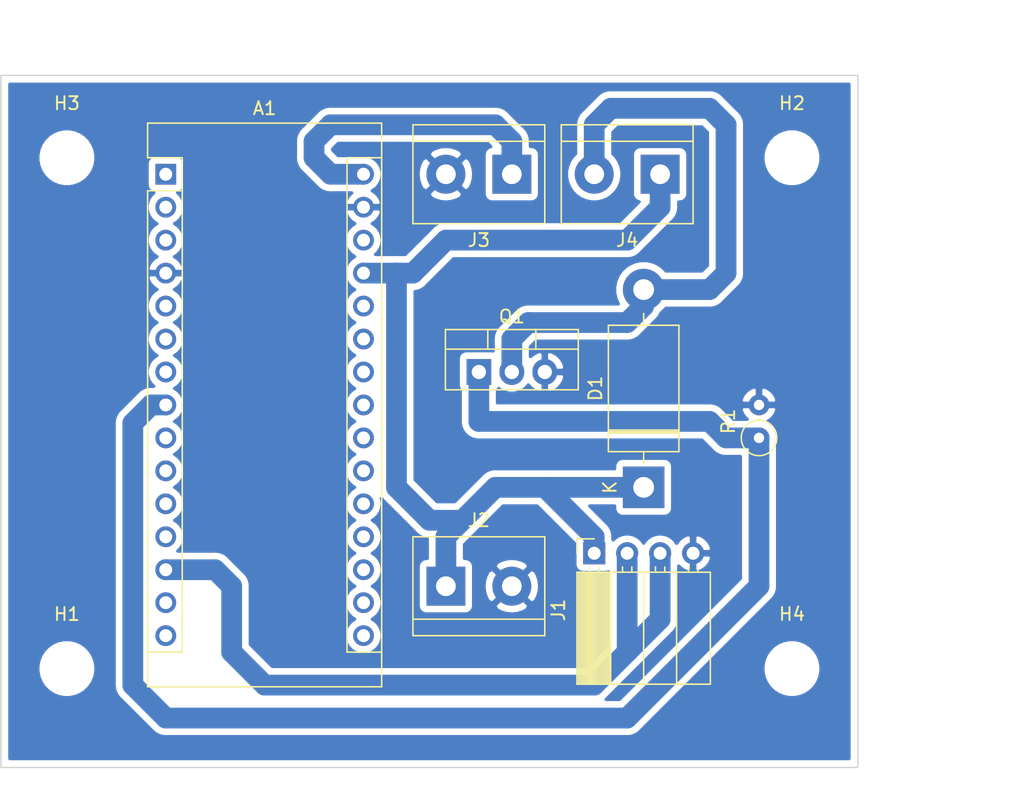
<source format=kicad_pcb>
(kicad_pcb (version 20171130) (host pcbnew "(5.1.6)-1")

  (general
    (thickness 1.6)
    (drawings 11)
    (tracks 56)
    (zones 0)
    (modules 12)
    (nets 31)
  )

  (page A4)
  (layers
    (0 F.Cu signal)
    (31 B.Cu signal)
    (32 B.Adhes user)
    (33 F.Adhes user)
    (34 B.Paste user)
    (35 F.Paste user)
    (36 B.SilkS user)
    (37 F.SilkS user)
    (38 B.Mask user)
    (39 F.Mask user)
    (40 Dwgs.User user)
    (41 Cmts.User user)
    (42 Eco1.User user)
    (43 Eco2.User user)
    (44 Edge.Cuts user)
    (45 Margin user)
    (46 B.CrtYd user)
    (47 F.CrtYd user)
    (48 B.Fab user)
    (49 F.Fab user)
  )

  (setup
    (last_trace_width 0.25)
    (user_trace_width 1)
    (user_trace_width 1.6)
    (trace_clearance 0.2)
    (zone_clearance 0.508)
    (zone_45_only no)
    (trace_min 0.2)
    (via_size 0.8)
    (via_drill 0.4)
    (via_min_size 0.4)
    (via_min_drill 0.3)
    (uvia_size 0.3)
    (uvia_drill 0.1)
    (uvias_allowed no)
    (uvia_min_size 0.2)
    (uvia_min_drill 0.1)
    (edge_width 0.1)
    (segment_width 0.2)
    (pcb_text_width 0.3)
    (pcb_text_size 1.5 1.5)
    (mod_edge_width 0.15)
    (mod_text_size 1 1)
    (mod_text_width 0.15)
    (pad_size 1.524 1.524)
    (pad_drill 0.762)
    (pad_to_mask_clearance 0)
    (aux_axis_origin 0 0)
    (visible_elements 7FFFFFFF)
    (pcbplotparams
      (layerselection 0x010fc_ffffffff)
      (usegerberextensions false)
      (usegerberattributes true)
      (usegerberadvancedattributes true)
      (creategerberjobfile true)
      (excludeedgelayer true)
      (linewidth 0.100000)
      (plotframeref false)
      (viasonmask false)
      (mode 1)
      (useauxorigin false)
      (hpglpennumber 1)
      (hpglpenspeed 20)
      (hpglpendiameter 15.000000)
      (psnegative false)
      (psa4output false)
      (plotreference true)
      (plotvalue true)
      (plotinvisibletext false)
      (padsonsilk false)
      (subtractmaskfromsilk false)
      (outputformat 1)
      (mirror false)
      (drillshape 1)
      (scaleselection 1)
      (outputdirectory ""))
  )

  (net 0 "")
  (net 1 "Net-(A1-Pad16)")
  (net 2 "Net-(A1-Pad15)")
  (net 3 +5V)
  (net 4 "Net-(A1-Pad14)")
  (net 5 GND)
  (net 6 TRIG&ECHO)
  (net 7 "Net-(A1-Pad28)")
  (net 8 "Net-(A1-Pad12)")
  (net 9 "Net-(A1-Pad11)")
  (net 10 "Net-(A1-Pad26)")
  (net 11 "Net-(A1-Pad10)")
  (net 12 "Net-(A1-Pad25)")
  (net 13 "Net-(A1-Pad9)")
  (net 14 MOTOR)
  (net 15 "Net-(A1-Pad7)")
  (net 16 "Net-(A1-Pad22)")
  (net 17 "Net-(A1-Pad6)")
  (net 18 "Net-(A1-Pad21)")
  (net 19 "Net-(A1-Pad5)")
  (net 20 "Net-(A1-Pad20)")
  (net 21 "Net-(A1-Pad19)")
  (net 22 "Net-(A1-Pad3)")
  (net 23 "Net-(A1-Pad18)")
  (net 24 "Net-(A1-Pad2)")
  (net 25 "Net-(A1-Pad17)")
  (net 26 "Net-(A1-Pad1)")
  (net 27 +9V)
  (net 28 "Net-(A1-Pad24)")
  (net 29 "Net-(A1-Pad23)")
  (net 30 "Net-(D1-Pad2)")

  (net_class Default "This is the default net class."
    (clearance 0.2)
    (trace_width 0.25)
    (via_dia 0.8)
    (via_drill 0.4)
    (uvia_dia 0.3)
    (uvia_drill 0.1)
    (add_net +5V)
    (add_net +9V)
    (add_net GND)
    (add_net MOTOR)
    (add_net "Net-(A1-Pad1)")
    (add_net "Net-(A1-Pad10)")
    (add_net "Net-(A1-Pad11)")
    (add_net "Net-(A1-Pad12)")
    (add_net "Net-(A1-Pad14)")
    (add_net "Net-(A1-Pad15)")
    (add_net "Net-(A1-Pad16)")
    (add_net "Net-(A1-Pad17)")
    (add_net "Net-(A1-Pad18)")
    (add_net "Net-(A1-Pad19)")
    (add_net "Net-(A1-Pad2)")
    (add_net "Net-(A1-Pad20)")
    (add_net "Net-(A1-Pad21)")
    (add_net "Net-(A1-Pad22)")
    (add_net "Net-(A1-Pad23)")
    (add_net "Net-(A1-Pad24)")
    (add_net "Net-(A1-Pad25)")
    (add_net "Net-(A1-Pad26)")
    (add_net "Net-(A1-Pad28)")
    (add_net "Net-(A1-Pad3)")
    (add_net "Net-(A1-Pad5)")
    (add_net "Net-(A1-Pad6)")
    (add_net "Net-(A1-Pad7)")
    (add_net "Net-(A1-Pad9)")
    (add_net "Net-(D1-Pad2)")
    (add_net TRIG&ECHO)
  )

  (module Resistor_THT:R_Axial_DIN0207_L6.3mm_D2.5mm_P2.54mm_Vertical (layer F.Cu) (tedit 5AE5139B) (tstamp 610EF5E2)
    (at 100.33 93.98 90)
    (descr "Resistor, Axial_DIN0207 series, Axial, Vertical, pin pitch=2.54mm, 0.25W = 1/4W, length*diameter=6.3*2.5mm^2, http://cdn-reichelt.de/documents/datenblatt/B400/1_4W%23YAG.pdf")
    (tags "Resistor Axial_DIN0207 series Axial Vertical pin pitch 2.54mm 0.25W = 1/4W length 6.3mm diameter 2.5mm")
    (path /6102623A)
    (fp_text reference R1 (at 1.27 -2.37 90) (layer F.SilkS)
      (effects (font (size 1 1) (thickness 0.15)))
    )
    (fp_text value 1K (at 1.27 2.37 90) (layer F.Fab)
      (effects (font (size 1 1) (thickness 0.15)))
    )
    (fp_circle (center 0 0) (end 1.25 0) (layer F.Fab) (width 0.1))
    (fp_circle (center 0 0) (end 1.37 0) (layer F.SilkS) (width 0.12))
    (fp_line (start 0 0) (end 2.54 0) (layer F.Fab) (width 0.1))
    (fp_line (start 1.37 0) (end 1.44 0) (layer F.SilkS) (width 0.12))
    (fp_line (start -1.5 -1.5) (end -1.5 1.5) (layer F.CrtYd) (width 0.05))
    (fp_line (start -1.5 1.5) (end 3.59 1.5) (layer F.CrtYd) (width 0.05))
    (fp_line (start 3.59 1.5) (end 3.59 -1.5) (layer F.CrtYd) (width 0.05))
    (fp_line (start 3.59 -1.5) (end -1.5 -1.5) (layer F.CrtYd) (width 0.05))
    (fp_text user %R (at 1.27 -2.37 90) (layer F.Fab)
      (effects (font (size 1 1) (thickness 0.15)))
    )
    (pad 2 thru_hole oval (at 2.54 0 90) (size 1.6 1.6) (drill 0.8) (layers *.Cu *.Mask)
      (net 5 GND))
    (pad 1 thru_hole circle (at 0 0 90) (size 1.6 1.6) (drill 0.8) (layers *.Cu *.Mask)
      (net 14 MOTOR))
    (model ${KISYS3DMOD}/Resistor_THT.3dshapes/R_Axial_DIN0207_L6.3mm_D2.5mm_P2.54mm_Vertical.wrl
      (at (xyz 0 0 0))
      (scale (xyz 1 1 1))
      (rotate (xyz 0 0 0))
    )
  )

  (module Package_TO_SOT_THT:TO-220-3_Vertical (layer F.Cu) (tedit 5AC8BA0D) (tstamp 610EF5D3)
    (at 78.74 88.9)
    (descr "TO-220-3, Vertical, RM 2.54mm, see https://www.vishay.com/docs/66542/to-220-1.pdf")
    (tags "TO-220-3 Vertical RM 2.54mm")
    (path /61015C19)
    (fp_text reference Q1 (at 2.54 -4.27) (layer F.SilkS)
      (effects (font (size 1 1) (thickness 0.15)))
    )
    (fp_text value IRF540N (at 2.54 2.5) (layer F.Fab)
      (effects (font (size 1 1) (thickness 0.15)))
    )
    (fp_line (start -2.46 -3.15) (end -2.46 1.25) (layer F.Fab) (width 0.1))
    (fp_line (start -2.46 1.25) (end 7.54 1.25) (layer F.Fab) (width 0.1))
    (fp_line (start 7.54 1.25) (end 7.54 -3.15) (layer F.Fab) (width 0.1))
    (fp_line (start 7.54 -3.15) (end -2.46 -3.15) (layer F.Fab) (width 0.1))
    (fp_line (start -2.46 -1.88) (end 7.54 -1.88) (layer F.Fab) (width 0.1))
    (fp_line (start 0.69 -3.15) (end 0.69 -1.88) (layer F.Fab) (width 0.1))
    (fp_line (start 4.39 -3.15) (end 4.39 -1.88) (layer F.Fab) (width 0.1))
    (fp_line (start -2.58 -3.27) (end 7.66 -3.27) (layer F.SilkS) (width 0.12))
    (fp_line (start -2.58 1.371) (end 7.66 1.371) (layer F.SilkS) (width 0.12))
    (fp_line (start -2.58 -3.27) (end -2.58 1.371) (layer F.SilkS) (width 0.12))
    (fp_line (start 7.66 -3.27) (end 7.66 1.371) (layer F.SilkS) (width 0.12))
    (fp_line (start -2.58 -1.76) (end 7.66 -1.76) (layer F.SilkS) (width 0.12))
    (fp_line (start 0.69 -3.27) (end 0.69 -1.76) (layer F.SilkS) (width 0.12))
    (fp_line (start 4.391 -3.27) (end 4.391 -1.76) (layer F.SilkS) (width 0.12))
    (fp_line (start -2.71 -3.4) (end -2.71 1.51) (layer F.CrtYd) (width 0.05))
    (fp_line (start -2.71 1.51) (end 7.79 1.51) (layer F.CrtYd) (width 0.05))
    (fp_line (start 7.79 1.51) (end 7.79 -3.4) (layer F.CrtYd) (width 0.05))
    (fp_line (start 7.79 -3.4) (end -2.71 -3.4) (layer F.CrtYd) (width 0.05))
    (fp_text user %R (at 2.54 -4.27) (layer F.Fab)
      (effects (font (size 1 1) (thickness 0.15)))
    )
    (pad 3 thru_hole oval (at 5.08 0) (size 1.905 2) (drill 1.1) (layers *.Cu *.Mask)
      (net 5 GND))
    (pad 2 thru_hole oval (at 2.54 0) (size 1.905 2) (drill 1.1) (layers *.Cu *.Mask)
      (net 30 "Net-(D1-Pad2)"))
    (pad 1 thru_hole rect (at 0 0) (size 1.905 2) (drill 1.1) (layers *.Cu *.Mask)
      (net 14 MOTOR))
    (model ${KISYS3DMOD}/Package_TO_SOT_THT.3dshapes/TO-220-3_Vertical.wrl
      (at (xyz 0 0 0))
      (scale (xyz 1 1 1))
      (rotate (xyz 0 0 0))
    )
  )

  (module TerminalBlock:TerminalBlock_bornier-2_P5.08mm (layer F.Cu) (tedit 59FF03AB) (tstamp 610EF5B9)
    (at 92.71 73.66 180)
    (descr "simple 2-pin terminal block, pitch 5.08mm, revamped version of bornier2")
    (tags "terminal block bornier2")
    (path /61023065)
    (fp_text reference J4 (at 2.54 -5.08) (layer F.SilkS)
      (effects (font (size 1 1) (thickness 0.15)))
    )
    (fp_text value Motor_Out (at 2.54 5.08) (layer F.Fab)
      (effects (font (size 1 1) (thickness 0.15)))
    )
    (fp_line (start -2.41 2.55) (end 7.49 2.55) (layer F.Fab) (width 0.1))
    (fp_line (start -2.46 -3.75) (end -2.46 3.75) (layer F.Fab) (width 0.1))
    (fp_line (start -2.46 3.75) (end 7.54 3.75) (layer F.Fab) (width 0.1))
    (fp_line (start 7.54 3.75) (end 7.54 -3.75) (layer F.Fab) (width 0.1))
    (fp_line (start 7.54 -3.75) (end -2.46 -3.75) (layer F.Fab) (width 0.1))
    (fp_line (start 7.62 2.54) (end -2.54 2.54) (layer F.SilkS) (width 0.12))
    (fp_line (start 7.62 3.81) (end 7.62 -3.81) (layer F.SilkS) (width 0.12))
    (fp_line (start 7.62 -3.81) (end -2.54 -3.81) (layer F.SilkS) (width 0.12))
    (fp_line (start -2.54 -3.81) (end -2.54 3.81) (layer F.SilkS) (width 0.12))
    (fp_line (start -2.54 3.81) (end 7.62 3.81) (layer F.SilkS) (width 0.12))
    (fp_line (start -2.71 -4) (end 7.79 -4) (layer F.CrtYd) (width 0.05))
    (fp_line (start -2.71 -4) (end -2.71 4) (layer F.CrtYd) (width 0.05))
    (fp_line (start 7.79 4) (end 7.79 -4) (layer F.CrtYd) (width 0.05))
    (fp_line (start 7.79 4) (end -2.71 4) (layer F.CrtYd) (width 0.05))
    (fp_text user %R (at 2.54 0) (layer F.Fab)
      (effects (font (size 1 1) (thickness 0.15)))
    )
    (pad 2 thru_hole circle (at 5.08 0 180) (size 3 3) (drill 1.52) (layers *.Cu *.Mask)
      (net 30 "Net-(D1-Pad2)"))
    (pad 1 thru_hole rect (at 0 0 180) (size 3 3) (drill 1.52) (layers *.Cu *.Mask)
      (net 3 +5V))
    (model ${KISYS3DMOD}/TerminalBlock.3dshapes/TerminalBlock_bornier-2_P5.08mm.wrl
      (offset (xyz 2.539999961853027 0 0))
      (scale (xyz 1 1 1))
      (rotate (xyz 0 0 0))
    )
  )

  (module TerminalBlock:TerminalBlock_bornier-2_P5.08mm (layer F.Cu) (tedit 59FF03AB) (tstamp 610EF5A4)
    (at 81.28 73.66 180)
    (descr "simple 2-pin terminal block, pitch 5.08mm, revamped version of bornier2")
    (tags "terminal block bornier2")
    (path /610F148C)
    (fp_text reference J3 (at 2.54 -5.08) (layer F.SilkS)
      (effects (font (size 1 1) (thickness 0.15)))
    )
    (fp_text value 9V_In (at 2.54 5.08) (layer F.Fab)
      (effects (font (size 1 1) (thickness 0.15)))
    )
    (fp_line (start -2.41 2.55) (end 7.49 2.55) (layer F.Fab) (width 0.1))
    (fp_line (start -2.46 -3.75) (end -2.46 3.75) (layer F.Fab) (width 0.1))
    (fp_line (start -2.46 3.75) (end 7.54 3.75) (layer F.Fab) (width 0.1))
    (fp_line (start 7.54 3.75) (end 7.54 -3.75) (layer F.Fab) (width 0.1))
    (fp_line (start 7.54 -3.75) (end -2.46 -3.75) (layer F.Fab) (width 0.1))
    (fp_line (start 7.62 2.54) (end -2.54 2.54) (layer F.SilkS) (width 0.12))
    (fp_line (start 7.62 3.81) (end 7.62 -3.81) (layer F.SilkS) (width 0.12))
    (fp_line (start 7.62 -3.81) (end -2.54 -3.81) (layer F.SilkS) (width 0.12))
    (fp_line (start -2.54 -3.81) (end -2.54 3.81) (layer F.SilkS) (width 0.12))
    (fp_line (start -2.54 3.81) (end 7.62 3.81) (layer F.SilkS) (width 0.12))
    (fp_line (start -2.71 -4) (end 7.79 -4) (layer F.CrtYd) (width 0.05))
    (fp_line (start -2.71 -4) (end -2.71 4) (layer F.CrtYd) (width 0.05))
    (fp_line (start 7.79 4) (end 7.79 -4) (layer F.CrtYd) (width 0.05))
    (fp_line (start 7.79 4) (end -2.71 4) (layer F.CrtYd) (width 0.05))
    (fp_text user %R (at 2.54 0) (layer F.Fab)
      (effects (font (size 1 1) (thickness 0.15)))
    )
    (pad 2 thru_hole circle (at 5.08 0 180) (size 3 3) (drill 1.52) (layers *.Cu *.Mask)
      (net 5 GND))
    (pad 1 thru_hole rect (at 0 0 180) (size 3 3) (drill 1.52) (layers *.Cu *.Mask)
      (net 27 +9V))
    (model ${KISYS3DMOD}/TerminalBlock.3dshapes/TerminalBlock_bornier-2_P5.08mm.wrl
      (offset (xyz 2.539999961853027 0 0))
      (scale (xyz 1 1 1))
      (rotate (xyz 0 0 0))
    )
  )

  (module TerminalBlock:TerminalBlock_bornier-2_P5.08mm (layer F.Cu) (tedit 59FF03AB) (tstamp 610EF58F)
    (at 76.2 105.41)
    (descr "simple 2-pin terminal block, pitch 5.08mm, revamped version of bornier2")
    (tags "terminal block bornier2")
    (path /610F3A6D)
    (fp_text reference J2 (at 2.54 -5.08) (layer F.SilkS)
      (effects (font (size 1 1) (thickness 0.15)))
    )
    (fp_text value 5V_Thermo (at 2.54 5.08) (layer F.Fab)
      (effects (font (size 1 1) (thickness 0.15)))
    )
    (fp_line (start -2.41 2.55) (end 7.49 2.55) (layer F.Fab) (width 0.1))
    (fp_line (start -2.46 -3.75) (end -2.46 3.75) (layer F.Fab) (width 0.1))
    (fp_line (start -2.46 3.75) (end 7.54 3.75) (layer F.Fab) (width 0.1))
    (fp_line (start 7.54 3.75) (end 7.54 -3.75) (layer F.Fab) (width 0.1))
    (fp_line (start 7.54 -3.75) (end -2.46 -3.75) (layer F.Fab) (width 0.1))
    (fp_line (start 7.62 2.54) (end -2.54 2.54) (layer F.SilkS) (width 0.12))
    (fp_line (start 7.62 3.81) (end 7.62 -3.81) (layer F.SilkS) (width 0.12))
    (fp_line (start 7.62 -3.81) (end -2.54 -3.81) (layer F.SilkS) (width 0.12))
    (fp_line (start -2.54 -3.81) (end -2.54 3.81) (layer F.SilkS) (width 0.12))
    (fp_line (start -2.54 3.81) (end 7.62 3.81) (layer F.SilkS) (width 0.12))
    (fp_line (start -2.71 -4) (end 7.79 -4) (layer F.CrtYd) (width 0.05))
    (fp_line (start -2.71 -4) (end -2.71 4) (layer F.CrtYd) (width 0.05))
    (fp_line (start 7.79 4) (end 7.79 -4) (layer F.CrtYd) (width 0.05))
    (fp_line (start 7.79 4) (end -2.71 4) (layer F.CrtYd) (width 0.05))
    (fp_text user %R (at 2.54 0) (layer F.Fab)
      (effects (font (size 1 1) (thickness 0.15)))
    )
    (pad 2 thru_hole circle (at 5.08 0) (size 3 3) (drill 1.52) (layers *.Cu *.Mask)
      (net 5 GND))
    (pad 1 thru_hole rect (at 0 0) (size 3 3) (drill 1.52) (layers *.Cu *.Mask)
      (net 3 +5V))
    (model ${KISYS3DMOD}/TerminalBlock.3dshapes/TerminalBlock_bornier-2_P5.08mm.wrl
      (offset (xyz 2.539999961853027 0 0))
      (scale (xyz 1 1 1))
      (rotate (xyz 0 0 0))
    )
  )

  (module Connector_PinSocket_2.54mm:PinSocket_1x04_P2.54mm_Horizontal (layer F.Cu) (tedit 5A19A424) (tstamp 610EF57A)
    (at 87.63 102.87 90)
    (descr "Through hole angled socket strip, 1x04, 2.54mm pitch, 8.51mm socket length, single row (from Kicad 4.0.7), script generated")
    (tags "Through hole angled socket strip THT 1x04 2.54mm single row")
    (path /60F890BF)
    (fp_text reference J1 (at -4.38 -2.77 90) (layer F.SilkS)
      (effects (font (size 1 1) (thickness 0.15)))
    )
    (fp_text value Ultrasonic (at -4.38 10.39 90) (layer F.Fab)
      (effects (font (size 1 1) (thickness 0.15)))
    )
    (fp_line (start -10.03 -1.27) (end -2.49 -1.27) (layer F.Fab) (width 0.1))
    (fp_line (start -2.49 -1.27) (end -1.52 -0.3) (layer F.Fab) (width 0.1))
    (fp_line (start -1.52 -0.3) (end -1.52 8.89) (layer F.Fab) (width 0.1))
    (fp_line (start -1.52 8.89) (end -10.03 8.89) (layer F.Fab) (width 0.1))
    (fp_line (start -10.03 8.89) (end -10.03 -1.27) (layer F.Fab) (width 0.1))
    (fp_line (start 0 -0.3) (end -1.52 -0.3) (layer F.Fab) (width 0.1))
    (fp_line (start -1.52 0.3) (end 0 0.3) (layer F.Fab) (width 0.1))
    (fp_line (start 0 0.3) (end 0 -0.3) (layer F.Fab) (width 0.1))
    (fp_line (start 0 2.24) (end -1.52 2.24) (layer F.Fab) (width 0.1))
    (fp_line (start -1.52 2.84) (end 0 2.84) (layer F.Fab) (width 0.1))
    (fp_line (start 0 2.84) (end 0 2.24) (layer F.Fab) (width 0.1))
    (fp_line (start 0 4.78) (end -1.52 4.78) (layer F.Fab) (width 0.1))
    (fp_line (start -1.52 5.38) (end 0 5.38) (layer F.Fab) (width 0.1))
    (fp_line (start 0 5.38) (end 0 4.78) (layer F.Fab) (width 0.1))
    (fp_line (start 0 7.32) (end -1.52 7.32) (layer F.Fab) (width 0.1))
    (fp_line (start -1.52 7.92) (end 0 7.92) (layer F.Fab) (width 0.1))
    (fp_line (start 0 7.92) (end 0 7.32) (layer F.Fab) (width 0.1))
    (fp_line (start -10.09 -1.21) (end -1.46 -1.21) (layer F.SilkS) (width 0.12))
    (fp_line (start -10.09 -1.091905) (end -1.46 -1.091905) (layer F.SilkS) (width 0.12))
    (fp_line (start -10.09 -0.97381) (end -1.46 -0.97381) (layer F.SilkS) (width 0.12))
    (fp_line (start -10.09 -0.855715) (end -1.46 -0.855715) (layer F.SilkS) (width 0.12))
    (fp_line (start -10.09 -0.73762) (end -1.46 -0.73762) (layer F.SilkS) (width 0.12))
    (fp_line (start -10.09 -0.619525) (end -1.46 -0.619525) (layer F.SilkS) (width 0.12))
    (fp_line (start -10.09 -0.50143) (end -1.46 -0.50143) (layer F.SilkS) (width 0.12))
    (fp_line (start -10.09 -0.383335) (end -1.46 -0.383335) (layer F.SilkS) (width 0.12))
    (fp_line (start -10.09 -0.26524) (end -1.46 -0.26524) (layer F.SilkS) (width 0.12))
    (fp_line (start -10.09 -0.147145) (end -1.46 -0.147145) (layer F.SilkS) (width 0.12))
    (fp_line (start -10.09 -0.02905) (end -1.46 -0.02905) (layer F.SilkS) (width 0.12))
    (fp_line (start -10.09 0.089045) (end -1.46 0.089045) (layer F.SilkS) (width 0.12))
    (fp_line (start -10.09 0.20714) (end -1.46 0.20714) (layer F.SilkS) (width 0.12))
    (fp_line (start -10.09 0.325235) (end -1.46 0.325235) (layer F.SilkS) (width 0.12))
    (fp_line (start -10.09 0.44333) (end -1.46 0.44333) (layer F.SilkS) (width 0.12))
    (fp_line (start -10.09 0.561425) (end -1.46 0.561425) (layer F.SilkS) (width 0.12))
    (fp_line (start -10.09 0.67952) (end -1.46 0.67952) (layer F.SilkS) (width 0.12))
    (fp_line (start -10.09 0.797615) (end -1.46 0.797615) (layer F.SilkS) (width 0.12))
    (fp_line (start -10.09 0.91571) (end -1.46 0.91571) (layer F.SilkS) (width 0.12))
    (fp_line (start -10.09 1.033805) (end -1.46 1.033805) (layer F.SilkS) (width 0.12))
    (fp_line (start -10.09 1.1519) (end -1.46 1.1519) (layer F.SilkS) (width 0.12))
    (fp_line (start -1.46 -0.36) (end -1.11 -0.36) (layer F.SilkS) (width 0.12))
    (fp_line (start -1.46 0.36) (end -1.11 0.36) (layer F.SilkS) (width 0.12))
    (fp_line (start -1.46 2.18) (end -1.05 2.18) (layer F.SilkS) (width 0.12))
    (fp_line (start -1.46 2.9) (end -1.05 2.9) (layer F.SilkS) (width 0.12))
    (fp_line (start -1.46 4.72) (end -1.05 4.72) (layer F.SilkS) (width 0.12))
    (fp_line (start -1.46 5.44) (end -1.05 5.44) (layer F.SilkS) (width 0.12))
    (fp_line (start -1.46 7.26) (end -1.05 7.26) (layer F.SilkS) (width 0.12))
    (fp_line (start -1.46 7.98) (end -1.05 7.98) (layer F.SilkS) (width 0.12))
    (fp_line (start -10.09 1.27) (end -1.46 1.27) (layer F.SilkS) (width 0.12))
    (fp_line (start -10.09 3.81) (end -1.46 3.81) (layer F.SilkS) (width 0.12))
    (fp_line (start -10.09 6.35) (end -1.46 6.35) (layer F.SilkS) (width 0.12))
    (fp_line (start -10.09 -1.33) (end -1.46 -1.33) (layer F.SilkS) (width 0.12))
    (fp_line (start -1.46 -1.33) (end -1.46 8.95) (layer F.SilkS) (width 0.12))
    (fp_line (start -10.09 8.95) (end -1.46 8.95) (layer F.SilkS) (width 0.12))
    (fp_line (start -10.09 -1.33) (end -10.09 8.95) (layer F.SilkS) (width 0.12))
    (fp_line (start 1.11 -1.33) (end 1.11 0) (layer F.SilkS) (width 0.12))
    (fp_line (start 0 -1.33) (end 1.11 -1.33) (layer F.SilkS) (width 0.12))
    (fp_line (start 1.75 -1.75) (end -10.55 -1.75) (layer F.CrtYd) (width 0.05))
    (fp_line (start -10.55 -1.75) (end -10.55 9.45) (layer F.CrtYd) (width 0.05))
    (fp_line (start -10.55 9.45) (end 1.75 9.45) (layer F.CrtYd) (width 0.05))
    (fp_line (start 1.75 9.45) (end 1.75 -1.75) (layer F.CrtYd) (width 0.05))
    (fp_text user %R (at -5.775 3.81) (layer F.Fab)
      (effects (font (size 1 1) (thickness 0.15)))
    )
    (pad 4 thru_hole oval (at 0 7.62 90) (size 1.7 1.7) (drill 1) (layers *.Cu *.Mask)
      (net 5 GND))
    (pad 3 thru_hole oval (at 0 5.08 90) (size 1.7 1.7) (drill 1) (layers *.Cu *.Mask)
      (net 6 TRIG&ECHO))
    (pad 2 thru_hole oval (at 0 2.54 90) (size 1.7 1.7) (drill 1) (layers *.Cu *.Mask)
      (net 6 TRIG&ECHO))
    (pad 1 thru_hole rect (at 0 0 90) (size 1.7 1.7) (drill 1) (layers *.Cu *.Mask)
      (net 3 +5V))
    (model ${KISYS3DMOD}/Connector_PinSocket_2.54mm.3dshapes/PinSocket_1x04_P2.54mm_Horizontal.wrl
      (at (xyz 0 0 0))
      (scale (xyz 1 1 1))
      (rotate (xyz 0 0 0))
    )
  )

  (module MountingHole:MountingHole_3.2mm_M3 (layer F.Cu) (tedit 56D1B4CB) (tstamp 610EF536)
    (at 102.87 111.76)
    (descr "Mounting Hole 3.2mm, no annular, M3")
    (tags "mounting hole 3.2mm no annular m3")
    (path /610F46A7)
    (attr virtual)
    (fp_text reference H4 (at 0 -4.2) (layer F.SilkS)
      (effects (font (size 1 1) (thickness 0.15)))
    )
    (fp_text value MountingHole (at 0 4.2) (layer F.Fab)
      (effects (font (size 1 1) (thickness 0.15)))
    )
    (fp_circle (center 0 0) (end 3.2 0) (layer Cmts.User) (width 0.15))
    (fp_circle (center 0 0) (end 3.45 0) (layer F.CrtYd) (width 0.05))
    (fp_text user %R (at 0.3 0) (layer F.Fab)
      (effects (font (size 1 1) (thickness 0.15)))
    )
    (pad 1 np_thru_hole circle (at 0 0) (size 3.2 3.2) (drill 3.2) (layers *.Cu *.Mask))
  )

  (module MountingHole:MountingHole_3.2mm_M3 (layer F.Cu) (tedit 56D1B4CB) (tstamp 610EF52E)
    (at 46.99 72.39)
    (descr "Mounting Hole 3.2mm, no annular, M3")
    (tags "mounting hole 3.2mm no annular m3")
    (path /610F469D)
    (attr virtual)
    (fp_text reference H3 (at 0 -4.2) (layer F.SilkS)
      (effects (font (size 1 1) (thickness 0.15)))
    )
    (fp_text value MountingHole (at 0 4.2) (layer F.Fab)
      (effects (font (size 1 1) (thickness 0.15)))
    )
    (fp_circle (center 0 0) (end 3.2 0) (layer Cmts.User) (width 0.15))
    (fp_circle (center 0 0) (end 3.45 0) (layer F.CrtYd) (width 0.05))
    (fp_text user %R (at 0.3 0) (layer F.Fab)
      (effects (font (size 1 1) (thickness 0.15)))
    )
    (pad 1 np_thru_hole circle (at 0 0) (size 3.2 3.2) (drill 3.2) (layers *.Cu *.Mask))
  )

  (module MountingHole:MountingHole_3.2mm_M3 (layer F.Cu) (tedit 56D1B4CB) (tstamp 610EF526)
    (at 102.87 72.39)
    (descr "Mounting Hole 3.2mm, no annular, M3")
    (tags "mounting hole 3.2mm no annular m3")
    (path /610F3D6D)
    (attr virtual)
    (fp_text reference H2 (at 0 -4.2) (layer F.SilkS)
      (effects (font (size 1 1) (thickness 0.15)))
    )
    (fp_text value MountingHole (at 0 4.2) (layer F.Fab)
      (effects (font (size 1 1) (thickness 0.15)))
    )
    (fp_circle (center 0 0) (end 3.2 0) (layer Cmts.User) (width 0.15))
    (fp_circle (center 0 0) (end 3.45 0) (layer F.CrtYd) (width 0.05))
    (fp_text user %R (at 0.3 0) (layer F.Fab)
      (effects (font (size 1 1) (thickness 0.15)))
    )
    (pad 1 np_thru_hole circle (at 0 0) (size 3.2 3.2) (drill 3.2) (layers *.Cu *.Mask))
  )

  (module MountingHole:MountingHole_3.2mm_M3 (layer F.Cu) (tedit 56D1B4CB) (tstamp 610EF51E)
    (at 46.99 111.76)
    (descr "Mounting Hole 3.2mm, no annular, M3")
    (tags "mounting hole 3.2mm no annular m3")
    (path /610F3904)
    (attr virtual)
    (fp_text reference H1 (at 0 -4.2) (layer F.SilkS)
      (effects (font (size 1 1) (thickness 0.15)))
    )
    (fp_text value MountingHole (at 0 4.2) (layer F.Fab)
      (effects (font (size 1 1) (thickness 0.15)))
    )
    (fp_circle (center 0 0) (end 3.2 0) (layer Cmts.User) (width 0.15))
    (fp_circle (center 0 0) (end 3.45 0) (layer F.CrtYd) (width 0.05))
    (fp_text user %R (at 0.3 0) (layer F.Fab)
      (effects (font (size 1 1) (thickness 0.15)))
    )
    (pad 1 np_thru_hole circle (at 0 0) (size 3.2 3.2) (drill 3.2) (layers *.Cu *.Mask))
  )

  (module Diode_THT:D_DO-201AD_P15.24mm_Horizontal (layer F.Cu) (tedit 5AE50CD5) (tstamp 610EF516)
    (at 91.44 97.79 90)
    (descr "Diode, DO-201AD series, Axial, Horizontal, pin pitch=15.24mm, , length*diameter=9.5*5.2mm^2, , http://www.diodes.com/_files/packages/DO-201AD.pdf")
    (tags "Diode DO-201AD series Axial Horizontal pin pitch 15.24mm  length 9.5mm diameter 5.2mm")
    (path /6101B682)
    (fp_text reference D1 (at 7.62 -3.72 90) (layer F.SilkS)
      (effects (font (size 1 1) (thickness 0.15)))
    )
    (fp_text value 1N5400 (at 7.62 3.72 90) (layer F.Fab)
      (effects (font (size 1 1) (thickness 0.15)))
    )
    (fp_line (start 2.87 -2.6) (end 2.87 2.6) (layer F.Fab) (width 0.1))
    (fp_line (start 2.87 2.6) (end 12.37 2.6) (layer F.Fab) (width 0.1))
    (fp_line (start 12.37 2.6) (end 12.37 -2.6) (layer F.Fab) (width 0.1))
    (fp_line (start 12.37 -2.6) (end 2.87 -2.6) (layer F.Fab) (width 0.1))
    (fp_line (start 0 0) (end 2.87 0) (layer F.Fab) (width 0.1))
    (fp_line (start 15.24 0) (end 12.37 0) (layer F.Fab) (width 0.1))
    (fp_line (start 4.295 -2.6) (end 4.295 2.6) (layer F.Fab) (width 0.1))
    (fp_line (start 4.395 -2.6) (end 4.395 2.6) (layer F.Fab) (width 0.1))
    (fp_line (start 4.195 -2.6) (end 4.195 2.6) (layer F.Fab) (width 0.1))
    (fp_line (start 2.75 -2.72) (end 2.75 2.72) (layer F.SilkS) (width 0.12))
    (fp_line (start 2.75 2.72) (end 12.49 2.72) (layer F.SilkS) (width 0.12))
    (fp_line (start 12.49 2.72) (end 12.49 -2.72) (layer F.SilkS) (width 0.12))
    (fp_line (start 12.49 -2.72) (end 2.75 -2.72) (layer F.SilkS) (width 0.12))
    (fp_line (start 1.84 0) (end 2.75 0) (layer F.SilkS) (width 0.12))
    (fp_line (start 13.4 0) (end 12.49 0) (layer F.SilkS) (width 0.12))
    (fp_line (start 4.295 -2.72) (end 4.295 2.72) (layer F.SilkS) (width 0.12))
    (fp_line (start 4.415 -2.72) (end 4.415 2.72) (layer F.SilkS) (width 0.12))
    (fp_line (start 4.175 -2.72) (end 4.175 2.72) (layer F.SilkS) (width 0.12))
    (fp_line (start -1.85 -2.85) (end -1.85 2.85) (layer F.CrtYd) (width 0.05))
    (fp_line (start -1.85 2.85) (end 17.09 2.85) (layer F.CrtYd) (width 0.05))
    (fp_line (start 17.09 2.85) (end 17.09 -2.85) (layer F.CrtYd) (width 0.05))
    (fp_line (start 17.09 -2.85) (end -1.85 -2.85) (layer F.CrtYd) (width 0.05))
    (fp_text user K (at 0 -2.6 90) (layer F.SilkS)
      (effects (font (size 1 1) (thickness 0.15)))
    )
    (fp_text user K (at 0 -2.6 90) (layer F.Fab)
      (effects (font (size 1 1) (thickness 0.15)))
    )
    (fp_text user %R (at 8.3325 0 90) (layer F.Fab)
      (effects (font (size 1 1) (thickness 0.15)))
    )
    (pad 2 thru_hole oval (at 15.24 0 90) (size 3.2 3.2) (drill 1.6) (layers *.Cu *.Mask)
      (net 30 "Net-(D1-Pad2)"))
    (pad 1 thru_hole rect (at 0 0 90) (size 3.2 3.2) (drill 1.6) (layers *.Cu *.Mask)
      (net 3 +5V))
    (model ${KISYS3DMOD}/Diode_THT.3dshapes/D_DO-201AD_P15.24mm_Horizontal.wrl
      (at (xyz 0 0 0))
      (scale (xyz 1 1 1))
      (rotate (xyz 0 0 0))
    )
  )

  (module Module:Arduino_Nano (layer F.Cu) (tedit 58ACAF70) (tstamp 610EF4F7)
    (at 54.61 73.66)
    (descr "Arduino Nano, http://www.mouser.com/pdfdocs/Gravitech_Arduino_Nano3_0.pdf")
    (tags "Arduino Nano")
    (path /610051F4)
    (fp_text reference A1 (at 7.62 -5.08) (layer F.SilkS)
      (effects (font (size 1 1) (thickness 0.15)))
    )
    (fp_text value Arduino_Nano_v3.x (at 8.89 19.05 90) (layer F.Fab)
      (effects (font (size 1 1) (thickness 0.15)))
    )
    (fp_line (start 1.27 1.27) (end 1.27 -1.27) (layer F.SilkS) (width 0.12))
    (fp_line (start 1.27 -1.27) (end -1.4 -1.27) (layer F.SilkS) (width 0.12))
    (fp_line (start -1.4 1.27) (end -1.4 39.5) (layer F.SilkS) (width 0.12))
    (fp_line (start -1.4 -3.94) (end -1.4 -1.27) (layer F.SilkS) (width 0.12))
    (fp_line (start 13.97 -1.27) (end 16.64 -1.27) (layer F.SilkS) (width 0.12))
    (fp_line (start 13.97 -1.27) (end 13.97 36.83) (layer F.SilkS) (width 0.12))
    (fp_line (start 13.97 36.83) (end 16.64 36.83) (layer F.SilkS) (width 0.12))
    (fp_line (start 1.27 1.27) (end -1.4 1.27) (layer F.SilkS) (width 0.12))
    (fp_line (start 1.27 1.27) (end 1.27 36.83) (layer F.SilkS) (width 0.12))
    (fp_line (start 1.27 36.83) (end -1.4 36.83) (layer F.SilkS) (width 0.12))
    (fp_line (start 3.81 31.75) (end 11.43 31.75) (layer F.Fab) (width 0.1))
    (fp_line (start 11.43 31.75) (end 11.43 41.91) (layer F.Fab) (width 0.1))
    (fp_line (start 11.43 41.91) (end 3.81 41.91) (layer F.Fab) (width 0.1))
    (fp_line (start 3.81 41.91) (end 3.81 31.75) (layer F.Fab) (width 0.1))
    (fp_line (start -1.4 39.5) (end 16.64 39.5) (layer F.SilkS) (width 0.12))
    (fp_line (start 16.64 39.5) (end 16.64 -3.94) (layer F.SilkS) (width 0.12))
    (fp_line (start 16.64 -3.94) (end -1.4 -3.94) (layer F.SilkS) (width 0.12))
    (fp_line (start 16.51 39.37) (end -1.27 39.37) (layer F.Fab) (width 0.1))
    (fp_line (start -1.27 39.37) (end -1.27 -2.54) (layer F.Fab) (width 0.1))
    (fp_line (start -1.27 -2.54) (end 0 -3.81) (layer F.Fab) (width 0.1))
    (fp_line (start 0 -3.81) (end 16.51 -3.81) (layer F.Fab) (width 0.1))
    (fp_line (start 16.51 -3.81) (end 16.51 39.37) (layer F.Fab) (width 0.1))
    (fp_line (start -1.53 -4.06) (end 16.75 -4.06) (layer F.CrtYd) (width 0.05))
    (fp_line (start -1.53 -4.06) (end -1.53 42.16) (layer F.CrtYd) (width 0.05))
    (fp_line (start 16.75 42.16) (end 16.75 -4.06) (layer F.CrtYd) (width 0.05))
    (fp_line (start 16.75 42.16) (end -1.53 42.16) (layer F.CrtYd) (width 0.05))
    (fp_text user %R (at 6.35 19.05 90) (layer F.Fab)
      (effects (font (size 1 1) (thickness 0.15)))
    )
    (pad 16 thru_hole oval (at 15.24 35.56) (size 1.6 1.6) (drill 1) (layers *.Cu *.Mask)
      (net 1 "Net-(A1-Pad16)"))
    (pad 15 thru_hole oval (at 0 35.56) (size 1.6 1.6) (drill 1) (layers *.Cu *.Mask)
      (net 2 "Net-(A1-Pad15)"))
    (pad 30 thru_hole oval (at 15.24 0) (size 1.6 1.6) (drill 1) (layers *.Cu *.Mask)
      (net 27 +9V))
    (pad 14 thru_hole oval (at 0 33.02) (size 1.6 1.6) (drill 1) (layers *.Cu *.Mask)
      (net 4 "Net-(A1-Pad14)"))
    (pad 29 thru_hole oval (at 15.24 2.54) (size 1.6 1.6) (drill 1) (layers *.Cu *.Mask)
      (net 5 GND))
    (pad 13 thru_hole oval (at 0 30.48) (size 1.6 1.6) (drill 1) (layers *.Cu *.Mask)
      (net 6 TRIG&ECHO))
    (pad 28 thru_hole oval (at 15.24 5.08) (size 1.6 1.6) (drill 1) (layers *.Cu *.Mask)
      (net 7 "Net-(A1-Pad28)"))
    (pad 12 thru_hole oval (at 0 27.94) (size 1.6 1.6) (drill 1) (layers *.Cu *.Mask)
      (net 8 "Net-(A1-Pad12)"))
    (pad 27 thru_hole oval (at 15.24 7.62) (size 1.6 1.6) (drill 1) (layers *.Cu *.Mask)
      (net 3 +5V))
    (pad 11 thru_hole oval (at 0 25.4) (size 1.6 1.6) (drill 1) (layers *.Cu *.Mask)
      (net 9 "Net-(A1-Pad11)"))
    (pad 26 thru_hole oval (at 15.24 10.16) (size 1.6 1.6) (drill 1) (layers *.Cu *.Mask)
      (net 10 "Net-(A1-Pad26)"))
    (pad 10 thru_hole oval (at 0 22.86) (size 1.6 1.6) (drill 1) (layers *.Cu *.Mask)
      (net 11 "Net-(A1-Pad10)"))
    (pad 25 thru_hole oval (at 15.24 12.7) (size 1.6 1.6) (drill 1) (layers *.Cu *.Mask)
      (net 12 "Net-(A1-Pad25)"))
    (pad 9 thru_hole oval (at 0 20.32) (size 1.6 1.6) (drill 1) (layers *.Cu *.Mask)
      (net 13 "Net-(A1-Pad9)"))
    (pad 24 thru_hole oval (at 15.24 15.24) (size 1.6 1.6) (drill 1) (layers *.Cu *.Mask)
      (net 28 "Net-(A1-Pad24)"))
    (pad 8 thru_hole oval (at 0 17.78) (size 1.6 1.6) (drill 1) (layers *.Cu *.Mask)
      (net 14 MOTOR))
    (pad 23 thru_hole oval (at 15.24 17.78) (size 1.6 1.6) (drill 1) (layers *.Cu *.Mask)
      (net 29 "Net-(A1-Pad23)"))
    (pad 7 thru_hole oval (at 0 15.24) (size 1.6 1.6) (drill 1) (layers *.Cu *.Mask)
      (net 15 "Net-(A1-Pad7)"))
    (pad 22 thru_hole oval (at 15.24 20.32) (size 1.6 1.6) (drill 1) (layers *.Cu *.Mask)
      (net 16 "Net-(A1-Pad22)"))
    (pad 6 thru_hole oval (at 0 12.7) (size 1.6 1.6) (drill 1) (layers *.Cu *.Mask)
      (net 17 "Net-(A1-Pad6)"))
    (pad 21 thru_hole oval (at 15.24 22.86) (size 1.6 1.6) (drill 1) (layers *.Cu *.Mask)
      (net 18 "Net-(A1-Pad21)"))
    (pad 5 thru_hole oval (at 0 10.16) (size 1.6 1.6) (drill 1) (layers *.Cu *.Mask)
      (net 19 "Net-(A1-Pad5)"))
    (pad 20 thru_hole oval (at 15.24 25.4) (size 1.6 1.6) (drill 1) (layers *.Cu *.Mask)
      (net 20 "Net-(A1-Pad20)"))
    (pad 4 thru_hole oval (at 0 7.62) (size 1.6 1.6) (drill 1) (layers *.Cu *.Mask)
      (net 5 GND))
    (pad 19 thru_hole oval (at 15.24 27.94) (size 1.6 1.6) (drill 1) (layers *.Cu *.Mask)
      (net 21 "Net-(A1-Pad19)"))
    (pad 3 thru_hole oval (at 0 5.08) (size 1.6 1.6) (drill 1) (layers *.Cu *.Mask)
      (net 22 "Net-(A1-Pad3)"))
    (pad 18 thru_hole oval (at 15.24 30.48) (size 1.6 1.6) (drill 1) (layers *.Cu *.Mask)
      (net 23 "Net-(A1-Pad18)"))
    (pad 2 thru_hole oval (at 0 2.54) (size 1.6 1.6) (drill 1) (layers *.Cu *.Mask)
      (net 24 "Net-(A1-Pad2)"))
    (pad 17 thru_hole oval (at 15.24 33.02) (size 1.6 1.6) (drill 1) (layers *.Cu *.Mask)
      (net 25 "Net-(A1-Pad17)"))
    (pad 1 thru_hole rect (at 0 0) (size 1.6 1.6) (drill 1) (layers *.Cu *.Mask)
      (net 26 "Net-(A1-Pad1)"))
    (model ${KISYS3DMOD}/Module.3dshapes/Arduino_Nano_WithMountingHoles.wrl
      (at (xyz 0 0 0))
      (scale (xyz 1 1 1))
      (rotate (xyz 0 0 0))
    )
  )

  (dimension 5.08 (width 0.15) (layer Dwgs.User)
    (gr_text "5.080 mm" (at 105.41 60.93) (layer Dwgs.User)
      (effects (font (size 1 1) (thickness 0.15)))
    )
    (feature1 (pts (xy 107.95 66.04) (xy 107.95 61.643579)))
    (feature2 (pts (xy 102.87 66.04) (xy 102.87 61.643579)))
    (crossbar (pts (xy 102.87 62.23) (xy 107.95 62.23)))
    (arrow1a (pts (xy 107.95 62.23) (xy 106.823496 62.816421)))
    (arrow1b (pts (xy 107.95 62.23) (xy 106.823496 61.643579)))
    (arrow2a (pts (xy 102.87 62.23) (xy 103.996504 62.816421)))
    (arrow2b (pts (xy 102.87 62.23) (xy 103.996504 61.643579)))
  )
  (dimension 6.35 (width 0.15) (layer Dwgs.User)
    (gr_text "6.350 mm" (at 119.41 69.215 270) (layer Dwgs.User)
      (effects (font (size 1 1) (thickness 0.15)))
    )
    (feature1 (pts (xy 107.95 72.39) (xy 118.696421 72.39)))
    (feature2 (pts (xy 107.95 66.04) (xy 118.696421 66.04)))
    (crossbar (pts (xy 118.11 66.04) (xy 118.11 72.39)))
    (arrow1a (pts (xy 118.11 72.39) (xy 117.523579 71.263496)))
    (arrow1b (pts (xy 118.11 72.39) (xy 118.696421 71.263496)))
    (arrow2a (pts (xy 118.11 66.04) (xy 117.523579 67.166504)))
    (arrow2b (pts (xy 118.11 66.04) (xy 118.696421 67.166504)))
  )
  (gr_line (start 107.95 66.04) (end 107.95 119.38) (layer Edge.Cuts) (width 0.1))
  (gr_line (start 41.91 66.04) (end 107.95 66.04) (layer Edge.Cuts) (width 0.1))
  (gr_line (start 41.91 119.38) (end 41.91 66.04) (layer Edge.Cuts) (width 0.1))
  (gr_line (start 107.95 119.38) (end 41.91 119.38) (layer Edge.Cuts) (width 0.1))
  (dimension 53.34 (width 0.15) (layer Dwgs.User)
    (gr_text "53.340 mm" (at 113.06 92.71 90) (layer Dwgs.User)
      (effects (font (size 1 1) (thickness 0.15)))
    )
    (feature1 (pts (xy 107.95 66.04) (xy 112.346421 66.04)))
    (feature2 (pts (xy 107.95 119.38) (xy 112.346421 119.38)))
    (crossbar (pts (xy 111.76 119.38) (xy 111.76 66.04)))
    (arrow1a (pts (xy 111.76 66.04) (xy 112.346421 67.166504)))
    (arrow1b (pts (xy 111.76 66.04) (xy 111.173579 67.166504)))
    (arrow2a (pts (xy 111.76 119.38) (xy 112.346421 118.253496)))
    (arrow2b (pts (xy 111.76 119.38) (xy 111.173579 118.253496)))
  )
  (dimension 66.04 (width 0.15) (layer Dwgs.User)
    (gr_text "66.040 mm" (at 74.93 123.22) (layer Dwgs.User)
      (effects (font (size 1 1) (thickness 0.15)))
    )
    (feature1 (pts (xy 107.95 119.38) (xy 107.95 122.506421)))
    (feature2 (pts (xy 41.91 119.38) (xy 41.91 122.506421)))
    (crossbar (pts (xy 41.91 121.92) (xy 107.95 121.92)))
    (arrow1a (pts (xy 107.95 121.92) (xy 106.823496 122.506421)))
    (arrow1b (pts (xy 107.95 121.92) (xy 106.823496 121.333579)))
    (arrow2a (pts (xy 41.91 121.92) (xy 43.036504 122.506421)))
    (arrow2b (pts (xy 41.91 121.92) (xy 43.036504 121.333579)))
  )
  (dimension 55.88 (width 0.15) (layer Dwgs.User)
    (gr_text "55.880 mm" (at 74.93 119.41) (layer Dwgs.User)
      (effects (font (size 1 1) (thickness 0.15)))
    )
    (feature1 (pts (xy 46.99 111.76) (xy 46.99 118.696421)))
    (feature2 (pts (xy 102.87 111.76) (xy 102.87 118.696421)))
    (crossbar (pts (xy 102.87 118.11) (xy 46.99 118.11)))
    (arrow1a (pts (xy 46.99 118.11) (xy 48.116504 117.523579)))
    (arrow1b (pts (xy 46.99 118.11) (xy 48.116504 118.696421)))
    (arrow2a (pts (xy 102.87 118.11) (xy 101.743496 117.523579)))
    (arrow2b (pts (xy 102.87 118.11) (xy 101.743496 118.696421)))
  )
  (dimension 39.37 (width 0.15) (layer Dwgs.User)
    (gr_text "39.370 mm" (at 110.52 92.075 270) (layer Dwgs.User)
      (effects (font (size 1 1) (thickness 0.15)))
    )
    (feature1 (pts (xy 102.87 111.76) (xy 109.806421 111.76)))
    (feature2 (pts (xy 102.87 72.39) (xy 109.806421 72.39)))
    (crossbar (pts (xy 109.22 72.39) (xy 109.22 111.76)))
    (arrow1a (pts (xy 109.22 111.76) (xy 108.633579 110.633496)))
    (arrow1b (pts (xy 109.22 111.76) (xy 109.806421 110.633496)))
    (arrow2a (pts (xy 109.22 72.39) (xy 108.633579 73.516504)))
    (arrow2b (pts (xy 109.22 72.39) (xy 109.806421 73.516504)))
  )
  (dimension 55.88 (width 0.15) (layer Dwgs.User)
    (gr_text "55.880 mm" (at 74.93 64.74) (layer Dwgs.User)
      (effects (font (size 1 1) (thickness 0.15)))
    )
    (feature1 (pts (xy 102.87 72.39) (xy 102.87 65.453579)))
    (feature2 (pts (xy 46.99 72.39) (xy 46.99 65.453579)))
    (crossbar (pts (xy 46.99 66.04) (xy 102.87 66.04)))
    (arrow1a (pts (xy 102.87 66.04) (xy 101.743496 66.626421)))
    (arrow1b (pts (xy 102.87 66.04) (xy 101.743496 65.453579)))
    (arrow2a (pts (xy 46.99 66.04) (xy 48.116504 66.626421)))
    (arrow2b (pts (xy 46.99 66.04) (xy 48.116504 65.453579)))
  )

  (segment (start 76.2 105.41) (end 76.2 101.6) (width 1.6) (layer B.Cu) (net 3))
  (segment (start 87.63 101.6) (end 83.82 97.79) (width 1.6) (layer B.Cu) (net 3))
  (segment (start 80.01 97.79) (end 83.82 97.79) (width 1.6) (layer B.Cu) (net 3))
  (segment (start 87.63 102.87) (end 87.63 101.6) (width 1.6) (layer B.Cu) (net 3))
  (segment (start 83.82 97.79) (end 91.44 97.79) (width 1.6) (layer B.Cu) (net 3))
  (segment (start 77.47 100.33) (end 74.93 100.33) (width 1.6) (layer B.Cu) (net 3))
  (segment (start 77.47 100.33) (end 80.01 97.79) (width 1.6) (layer B.Cu) (net 3))
  (segment (start 76.2 101.6) (end 77.47 100.33) (width 1.6) (layer B.Cu) (net 3))
  (segment (start 74.93 100.33) (end 72.39 97.79) (width 1.6) (layer B.Cu) (net 3))
  (segment (start 72.39 97.79) (end 72.39 81.28) (width 1.6) (layer B.Cu) (net 3))
  (segment (start 72.39 81.28) (end 69.85 81.28) (width 1.6) (layer B.Cu) (net 3))
  (segment (start 72.39 81.28) (end 73.66 81.28) (width 1.6) (layer B.Cu) (net 3))
  (segment (start 92.71 73.66) (end 92.71 76.2) (width 1.6) (layer B.Cu) (net 3))
  (segment (start 92.71 76.2) (end 90.17 78.74) (width 1.6) (layer B.Cu) (net 3))
  (segment (start 76.2 78.74) (end 73.66 81.28) (width 1.6) (layer B.Cu) (net 3))
  (segment (start 90.17 78.74) (end 76.2 78.74) (width 1.6) (layer B.Cu) (net 3))
  (segment (start 92.71 102.87) (end 92.71 107.95) (width 1.6) (layer B.Cu) (net 6))
  (segment (start 87.63 113.03) (end 62.23 113.03) (width 1.6) (layer B.Cu) (net 6))
  (segment (start 62.23 113.03) (end 59.69 110.49) (width 1.6) (layer B.Cu) (net 6))
  (segment (start 59.69 110.49) (end 59.69 105.41) (width 1.6) (layer B.Cu) (net 6))
  (segment (start 58.42 104.14) (end 54.61 104.14) (width 1.6) (layer B.Cu) (net 6))
  (segment (start 59.69 105.41) (end 58.42 104.14) (width 1.6) (layer B.Cu) (net 6))
  (segment (start 90.17 102.87) (end 90.17 110.49) (width 1.6) (layer B.Cu) (net 6))
  (segment (start 92.71 107.95) (end 90.17 110.49) (width 1.6) (layer B.Cu) (net 6))
  (segment (start 90.17 110.49) (end 87.63 113.03) (width 1.6) (layer B.Cu) (net 6))
  (segment (start 53.47863 91.44) (end 52.07 92.84863) (width 1.6) (layer B.Cu) (net 14))
  (segment (start 54.61 91.44) (end 53.47863 91.44) (width 1.6) (layer B.Cu) (net 14))
  (segment (start 52.07 92.84863) (end 52.07 113.03) (width 1.6) (layer B.Cu) (net 14))
  (segment (start 52.07 113.03) (end 54.61 115.57) (width 1.6) (layer B.Cu) (net 14))
  (segment (start 100.33 105.41) (end 90.17 115.57) (width 1.6) (layer B.Cu) (net 14))
  (segment (start 54.61 115.57) (end 90.17 115.57) (width 1.6) (layer B.Cu) (net 14))
  (segment (start 100.33 93.98) (end 100.33 105.41) (width 1.6) (layer B.Cu) (net 14))
  (segment (start 78.74 92.71) (end 78.74 89.168766) (width 1.6) (layer B.Cu) (net 14))
  (segment (start 100.33 93.98) (end 97.79 93.98) (width 1.6) (layer B.Cu) (net 14))
  (segment (start 97.79 93.98) (end 96.52 92.71) (width 1.6) (layer B.Cu) (net 14))
  (segment (start 96.52 92.71) (end 78.74 92.71) (width 1.6) (layer B.Cu) (net 14))
  (segment (start 81.28 73.66) (end 81.28 71.12) (width 1.6) (layer B.Cu) (net 27))
  (segment (start 81.28 71.12) (end 80.01 69.85) (width 1.6) (layer B.Cu) (net 27))
  (segment (start 80.01 69.85) (end 67.31 69.85) (width 1.6) (layer B.Cu) (net 27))
  (segment (start 67.31 69.85) (end 66.04 71.12) (width 1.6) (layer B.Cu) (net 27))
  (segment (start 66.04 71.12) (end 66.04 72.39) (width 1.6) (layer B.Cu) (net 27))
  (segment (start 67.31 73.66) (end 69.85 73.66) (width 1.6) (layer B.Cu) (net 27))
  (segment (start 66.04 72.39) (end 67.31 73.66) (width 1.6) (layer B.Cu) (net 27))
  (segment (start 87.63 71.12) (end 87.63 73.66) (width 1.6) (layer B.Cu) (net 30))
  (segment (start 81.28 88.9) (end 81.28 86.36) (width 1.6) (layer B.Cu) (net 30))
  (segment (start 81.28 86.36) (end 82.55 85.09) (width 1.6) (layer B.Cu) (net 30))
  (segment (start 82.55 85.09) (end 90.17 85.09) (width 1.6) (layer B.Cu) (net 30))
  (segment (start 90.17 85.09) (end 91.44 83.82) (width 1.6) (layer B.Cu) (net 30))
  (segment (start 91.44 83.82) (end 91.44 82.55) (width 1.6) (layer B.Cu) (net 30))
  (segment (start 91.44 82.55) (end 96.52 82.55) (width 1.6) (layer B.Cu) (net 30))
  (segment (start 96.52 82.55) (end 97.79 81.28) (width 1.6) (layer B.Cu) (net 30))
  (segment (start 97.79 81.28) (end 97.79 69.85) (width 1.6) (layer B.Cu) (net 30))
  (segment (start 97.79 69.85) (end 96.52 68.58) (width 1.6) (layer B.Cu) (net 30))
  (segment (start 96.52 68.58) (end 88.9 68.58) (width 1.6) (layer B.Cu) (net 30))
  (segment (start 87.63 69.85) (end 87.63 71.12) (width 1.6) (layer B.Cu) (net 30))
  (segment (start 88.9 68.58) (end 87.63 69.85) (width 1.6) (layer B.Cu) (net 30))

  (zone (net 5) (net_name GND) (layer B.Cu) (tstamp 0) (hatch edge 0.508)
    (connect_pads (clearance 0.508))
    (min_thickness 0.254)
    (fill yes (arc_segments 32) (thermal_gap 0.508) (thermal_bridge_width 0.508))
    (polygon
      (pts
        (xy 107.95 119.38) (xy 41.91 119.38) (xy 41.91 66.04) (xy 107.95 66.04)
      )
    )
    (filled_polygon
      (pts
        (xy 107.265001 118.695) (xy 42.595 118.695) (xy 42.595 111.539872) (xy 44.755 111.539872) (xy 44.755 111.980128)
        (xy 44.84089 112.411925) (xy 45.009369 112.818669) (xy 45.253962 113.184729) (xy 45.565271 113.496038) (xy 45.931331 113.740631)
        (xy 46.338075 113.90911) (xy 46.769872 113.995) (xy 47.210128 113.995) (xy 47.641925 113.90911) (xy 48.048669 113.740631)
        (xy 48.414729 113.496038) (xy 48.726038 113.184729) (xy 48.970631 112.818669) (xy 49.13911 112.411925) (xy 49.225 111.980128)
        (xy 49.225 111.539872) (xy 49.13911 111.108075) (xy 48.970631 110.701331) (xy 48.726038 110.335271) (xy 48.414729 110.023962)
        (xy 48.048669 109.779369) (xy 47.641925 109.61089) (xy 47.210128 109.525) (xy 46.769872 109.525) (xy 46.338075 109.61089)
        (xy 45.931331 109.779369) (xy 45.565271 110.023962) (xy 45.253962 110.335271) (xy 45.009369 110.701331) (xy 44.84089 111.108075)
        (xy 44.755 111.539872) (xy 42.595 111.539872) (xy 42.595 92.84863) (xy 50.628057 92.84863) (xy 50.635 92.919122)
        (xy 50.635001 112.959498) (xy 50.628057 113.03) (xy 50.655764 113.311308) (xy 50.737818 113.581807) (xy 50.737819 113.581808)
        (xy 50.871069 113.831101) (xy 51.050393 114.049608) (xy 51.105155 114.09455) (xy 53.545454 116.534851) (xy 53.590392 116.589608)
        (xy 53.808899 116.768932) (xy 54.058192 116.902182) (xy 54.246636 116.959345) (xy 54.32869 116.984236) (xy 54.609999 117.011943)
        (xy 54.680491 117.005) (xy 90.099508 117.005) (xy 90.17 117.011943) (xy 90.240492 117.005) (xy 90.451309 116.984236)
        (xy 90.721808 116.902182) (xy 90.971101 116.768932) (xy 91.189608 116.589608) (xy 91.234555 116.53484) (xy 96.229523 111.539872)
        (xy 100.635 111.539872) (xy 100.635 111.980128) (xy 100.72089 112.411925) (xy 100.889369 112.818669) (xy 101.133962 113.184729)
        (xy 101.445271 113.496038) (xy 101.811331 113.740631) (xy 102.218075 113.90911) (xy 102.649872 113.995) (xy 103.090128 113.995)
        (xy 103.521925 113.90911) (xy 103.928669 113.740631) (xy 104.294729 113.496038) (xy 104.606038 113.184729) (xy 104.850631 112.818669)
        (xy 105.01911 112.411925) (xy 105.105 111.980128) (xy 105.105 111.539872) (xy 105.01911 111.108075) (xy 104.850631 110.701331)
        (xy 104.606038 110.335271) (xy 104.294729 110.023962) (xy 103.928669 109.779369) (xy 103.521925 109.61089) (xy 103.090128 109.525)
        (xy 102.649872 109.525) (xy 102.218075 109.61089) (xy 101.811331 109.779369) (xy 101.445271 110.023962) (xy 101.133962 110.335271)
        (xy 100.889369 110.701331) (xy 100.72089 111.108075) (xy 100.635 111.539872) (xy 96.229523 111.539872) (xy 101.294846 106.47455)
        (xy 101.349608 106.429608) (xy 101.528932 106.211101) (xy 101.662182 105.961808) (xy 101.689895 105.870451) (xy 101.744237 105.691309)
        (xy 101.771943 105.41) (xy 101.765 105.339505) (xy 101.765 94.050492) (xy 101.771943 93.98) (xy 101.765 93.909508)
        (xy 101.765 93.838665) (xy 101.751179 93.769183) (xy 101.744236 93.698691) (xy 101.723673 93.630903) (xy 101.709853 93.561426)
        (xy 101.682747 93.495986) (xy 101.662182 93.428192) (xy 101.628786 93.365712) (xy 101.60168 93.300273) (xy 101.562328 93.241378)
        (xy 101.528932 93.178899) (xy 101.48399 93.124137) (xy 101.444637 93.065241) (xy 101.39455 93.015154) (xy 101.349608 92.960392)
        (xy 101.294846 92.91545) (xy 101.244759 92.865363) (xy 101.185863 92.82601) (xy 101.131101 92.781068) (xy 101.068622 92.747672)
        (xy 101.009727 92.70832) (xy 100.998435 92.703643) (xy 101.06742 92.671037) (xy 101.293414 92.503519) (xy 101.482385 92.295131)
        (xy 101.62707 92.053881) (xy 101.721909 91.78904) (xy 101.600624 91.567) (xy 100.457 91.567) (xy 100.457 91.587)
        (xy 100.203 91.587) (xy 100.203 91.567) (xy 99.059376 91.567) (xy 98.938091 91.78904) (xy 99.03293 92.053881)
        (xy 99.177615 92.295131) (xy 99.366586 92.503519) (xy 99.422547 92.545) (xy 98.384396 92.545) (xy 97.584554 91.745159)
        (xy 97.539608 91.690392) (xy 97.321101 91.511068) (xy 97.071808 91.377818) (xy 96.801309 91.295764) (xy 96.590492 91.275)
        (xy 96.52 91.268057) (xy 96.449508 91.275) (xy 80.175 91.275) (xy 80.175 91.09096) (xy 98.938091 91.09096)
        (xy 99.059376 91.313) (xy 100.203 91.313) (xy 100.203 90.170085) (xy 100.457 90.170085) (xy 100.457 91.313)
        (xy 101.600624 91.313) (xy 101.721909 91.09096) (xy 101.62707 90.826119) (xy 101.482385 90.584869) (xy 101.293414 90.376481)
        (xy 101.06742 90.208963) (xy 100.813087 90.088754) (xy 100.679039 90.048096) (xy 100.457 90.170085) (xy 100.203 90.170085)
        (xy 99.980961 90.048096) (xy 99.846913 90.088754) (xy 99.59258 90.208963) (xy 99.366586 90.376481) (xy 99.177615 90.584869)
        (xy 99.03293 90.826119) (xy 98.938091 91.09096) (xy 80.175 91.09096) (xy 80.175 90.313027) (xy 80.223037 90.254494)
        (xy 80.267905 90.170553) (xy 80.393766 90.273845) (xy 80.669552 90.421255) (xy 80.968797 90.51203) (xy 81.28 90.542681)
        (xy 81.591204 90.51203) (xy 81.890449 90.421255) (xy 82.166235 90.273845) (xy 82.407963 90.075463) (xy 82.555162 89.8961)
        (xy 82.710563 90.081315) (xy 82.953077 90.275969) (xy 83.228906 90.419571) (xy 83.44702 90.490563) (xy 83.693 90.370594)
        (xy 83.693 89.027) (xy 83.947 89.027) (xy 83.947 90.370594) (xy 84.19298 90.490563) (xy 84.411094 90.419571)
        (xy 84.686923 90.275969) (xy 84.929437 90.081315) (xy 85.129316 89.843089) (xy 85.278879 89.570446) (xy 85.372378 89.273863)
        (xy 85.24557 89.027) (xy 83.947 89.027) (xy 83.693 89.027) (xy 83.673 89.027) (xy 83.673 88.773)
        (xy 83.693 88.773) (xy 83.693 87.429406) (xy 83.947 87.429406) (xy 83.947 88.773) (xy 85.24557 88.773)
        (xy 85.372378 88.526137) (xy 85.278879 88.229554) (xy 85.129316 87.956911) (xy 84.929437 87.718685) (xy 84.686923 87.524031)
        (xy 84.411094 87.380429) (xy 84.19298 87.309437) (xy 83.947 87.429406) (xy 83.693 87.429406) (xy 83.44702 87.309437)
        (xy 83.228906 87.380429) (xy 82.953077 87.524031) (xy 82.715 87.715124) (xy 82.715 86.954396) (xy 83.144396 86.525)
        (xy 90.099508 86.525) (xy 90.17 86.531943) (xy 90.240492 86.525) (xy 90.451309 86.504236) (xy 90.721808 86.422182)
        (xy 90.971101 86.288932) (xy 91.189608 86.109608) (xy 91.234554 86.054841) (xy 92.404855 84.884541) (xy 92.459607 84.839608)
        (xy 92.638932 84.621101) (xy 92.772182 84.371808) (xy 92.781287 84.341792) (xy 92.864729 84.286038) (xy 93.165767 83.985)
        (xy 96.449508 83.985) (xy 96.52 83.991943) (xy 96.590492 83.985) (xy 96.801309 83.964236) (xy 97.071808 83.882182)
        (xy 97.321101 83.748932) (xy 97.539608 83.569608) (xy 97.584554 83.514841) (xy 98.754855 82.344541) (xy 98.809607 82.299608)
        (xy 98.855725 82.243414) (xy 98.895655 82.194759) (xy 98.988932 82.081101) (xy 99.122182 81.831808) (xy 99.204236 81.561309)
        (xy 99.211128 81.491331) (xy 99.231943 81.280001) (xy 99.225 81.209508) (xy 99.225 72.169872) (xy 100.635 72.169872)
        (xy 100.635 72.610128) (xy 100.72089 73.041925) (xy 100.889369 73.448669) (xy 101.133962 73.814729) (xy 101.445271 74.126038)
        (xy 101.811331 74.370631) (xy 102.218075 74.53911) (xy 102.649872 74.625) (xy 103.090128 74.625) (xy 103.521925 74.53911)
        (xy 103.928669 74.370631) (xy 104.294729 74.126038) (xy 104.606038 73.814729) (xy 104.850631 73.448669) (xy 105.01911 73.041925)
        (xy 105.105 72.610128) (xy 105.105 72.169872) (xy 105.01911 71.738075) (xy 104.850631 71.331331) (xy 104.606038 70.965271)
        (xy 104.294729 70.653962) (xy 103.928669 70.409369) (xy 103.521925 70.24089) (xy 103.090128 70.155) (xy 102.649872 70.155)
        (xy 102.218075 70.24089) (xy 101.811331 70.409369) (xy 101.445271 70.653962) (xy 101.133962 70.965271) (xy 100.889369 71.331331)
        (xy 100.72089 71.738075) (xy 100.635 72.169872) (xy 99.225 72.169872) (xy 99.225 69.920491) (xy 99.231943 69.849999)
        (xy 99.204236 69.56869) (xy 99.185138 69.505734) (xy 99.122182 69.298192) (xy 98.988932 69.048899) (xy 98.809608 68.830392)
        (xy 98.754851 68.785454) (xy 97.584554 67.615159) (xy 97.539608 67.560392) (xy 97.321101 67.381068) (xy 97.071808 67.247818)
        (xy 96.801309 67.165764) (xy 96.590492 67.145) (xy 96.52 67.138057) (xy 96.449508 67.145) (xy 88.970491 67.145)
        (xy 88.899999 67.138057) (xy 88.61869 67.165764) (xy 88.555734 67.184862) (xy 88.348192 67.247818) (xy 88.098899 67.381068)
        (xy 87.880392 67.560392) (xy 87.835454 67.615149) (xy 86.665155 68.78545) (xy 86.610392 68.830393) (xy 86.431068 69.0489)
        (xy 86.386753 69.131808) (xy 86.297818 69.298193) (xy 86.215764 69.568692) (xy 86.188057 69.85) (xy 86.195 69.920492)
        (xy 86.195 72.075654) (xy 85.971637 72.299017) (xy 85.737988 72.648698) (xy 85.577047 73.037244) (xy 85.495 73.449721)
        (xy 85.495 73.870279) (xy 85.577047 74.282756) (xy 85.737988 74.671302) (xy 85.971637 75.020983) (xy 86.269017 75.318363)
        (xy 86.618698 75.552012) (xy 87.007244 75.712953) (xy 87.419721 75.795) (xy 87.840279 75.795) (xy 88.252756 75.712953)
        (xy 88.641302 75.552012) (xy 88.990983 75.318363) (xy 89.288363 75.020983) (xy 89.522012 74.671302) (xy 89.682953 74.282756)
        (xy 89.765 73.870279) (xy 89.765 73.449721) (xy 89.682953 73.037244) (xy 89.522012 72.648698) (xy 89.288363 72.299017)
        (xy 89.065 72.075654) (xy 89.065 70.444396) (xy 89.494396 70.015) (xy 95.925604 70.015) (xy 96.355001 70.444397)
        (xy 96.355 80.685604) (xy 95.925604 81.115) (xy 93.165767 81.115) (xy 92.864729 80.813962) (xy 92.498669 80.569369)
        (xy 92.091925 80.40089) (xy 91.660128 80.315) (xy 91.219872 80.315) (xy 90.788075 80.40089) (xy 90.381331 80.569369)
        (xy 90.015271 80.813962) (xy 89.703962 81.125271) (xy 89.459369 81.491331) (xy 89.29089 81.898075) (xy 89.205 82.329872)
        (xy 89.205 82.770128) (xy 89.29089 83.201925) (xy 89.459369 83.608669) (xy 89.490326 83.655) (xy 82.620491 83.655)
        (xy 82.549999 83.648057) (xy 82.26869 83.675764) (xy 82.205734 83.694862) (xy 81.998192 83.757818) (xy 81.748899 83.891068)
        (xy 81.530392 84.070392) (xy 81.485455 84.125148) (xy 80.315154 85.295451) (xy 80.260393 85.340392) (xy 80.081069 85.558899)
        (xy 80.036754 85.641807) (xy 79.947818 85.808193) (xy 79.865764 86.078692) (xy 79.838057 86.36) (xy 79.845001 86.430502)
        (xy 79.845001 87.282687) (xy 79.816982 87.274188) (xy 79.6925 87.261928) (xy 77.7875 87.261928) (xy 77.663018 87.274188)
        (xy 77.54332 87.310498) (xy 77.433006 87.369463) (xy 77.336315 87.448815) (xy 77.256963 87.545506) (xy 77.197998 87.65582)
        (xy 77.161688 87.775518) (xy 77.149428 87.9) (xy 77.149428 89.9) (xy 77.161688 90.024482) (xy 77.197998 90.14418)
        (xy 77.256963 90.254494) (xy 77.305001 90.313028) (xy 77.305 92.639507) (xy 77.298057 92.71) (xy 77.325764 92.991309)
        (xy 77.407818 93.261808) (xy 77.541068 93.511101) (xy 77.720392 93.729608) (xy 77.889312 93.868237) (xy 77.938899 93.908932)
        (xy 78.188192 94.042182) (xy 78.458691 94.124236) (xy 78.74 94.151943) (xy 78.810492 94.145) (xy 95.925604 94.145)
        (xy 96.725454 94.944851) (xy 96.770392 94.999608) (xy 96.988899 95.178932) (xy 97.238192 95.312182) (xy 97.445734 95.375138)
        (xy 97.50869 95.394236) (xy 97.789999 95.421943) (xy 97.860491 95.415) (xy 98.895 95.415) (xy 98.895001 104.815603)
        (xy 89.575605 114.135) (xy 88.545558 114.135) (xy 88.649608 114.049608) (xy 88.694554 113.994841) (xy 91.134851 111.554546)
        (xy 91.189608 111.509608) (xy 91.234554 111.454841) (xy 93.674851 109.014546) (xy 93.729608 108.969608) (xy 93.908932 108.751101)
        (xy 94.042182 108.501808) (xy 94.124236 108.231309) (xy 94.145 108.020492) (xy 94.151943 107.950001) (xy 94.145 107.879509)
        (xy 94.145 103.851399) (xy 94.249731 103.967588) (xy 94.48308 104.141641) (xy 94.745901 104.266825) (xy 94.89311 104.311476)
        (xy 95.123 104.190155) (xy 95.123 102.997) (xy 95.377 102.997) (xy 95.377 104.190155) (xy 95.60689 104.311476)
        (xy 95.754099 104.266825) (xy 96.01692 104.141641) (xy 96.250269 103.967588) (xy 96.445178 103.751355) (xy 96.594157 103.501252)
        (xy 96.691481 103.226891) (xy 96.570814 102.997) (xy 95.377 102.997) (xy 95.123 102.997) (xy 95.103 102.997)
        (xy 95.103 102.743) (xy 95.123 102.743) (xy 95.123 101.549845) (xy 95.377 101.549845) (xy 95.377 102.743)
        (xy 96.570814 102.743) (xy 96.691481 102.513109) (xy 96.594157 102.238748) (xy 96.445178 101.988645) (xy 96.250269 101.772412)
        (xy 96.01692 101.598359) (xy 95.754099 101.473175) (xy 95.60689 101.428524) (xy 95.377 101.549845) (xy 95.123 101.549845)
        (xy 94.89311 101.428524) (xy 94.745901 101.473175) (xy 94.48308 101.598359) (xy 94.249731 101.772412) (xy 94.054822 101.988645)
        (xy 93.985195 102.105534) (xy 93.863475 101.923368) (xy 93.656632 101.716525) (xy 93.413411 101.55401) (xy 93.143158 101.442068)
        (xy 92.85626 101.385) (xy 92.56374 101.385) (xy 92.276842 101.442068) (xy 92.006589 101.55401) (xy 91.763368 101.716525)
        (xy 91.556525 101.923368) (xy 91.44 102.09776) (xy 91.323475 101.923368) (xy 91.116632 101.716525) (xy 90.873411 101.55401)
        (xy 90.603158 101.442068) (xy 90.31626 101.385) (xy 90.02374 101.385) (xy 89.736842 101.442068) (xy 89.466589 101.55401)
        (xy 89.223368 101.716525) (xy 89.091513 101.84838) (xy 89.069502 101.77582) (xy 89.065 101.767397) (xy 89.065 101.670495)
        (xy 89.071943 101.6) (xy 89.044237 101.318691) (xy 88.962182 101.048192) (xy 88.828932 100.798899) (xy 88.649608 100.580392)
        (xy 88.594846 100.53545) (xy 87.284396 99.225) (xy 89.201928 99.225) (xy 89.201928 99.39) (xy 89.214188 99.514482)
        (xy 89.250498 99.63418) (xy 89.309463 99.744494) (xy 89.388815 99.841185) (xy 89.485506 99.920537) (xy 89.59582 99.979502)
        (xy 89.715518 100.015812) (xy 89.84 100.028072) (xy 93.04 100.028072) (xy 93.164482 100.015812) (xy 93.28418 99.979502)
        (xy 93.394494 99.920537) (xy 93.491185 99.841185) (xy 93.570537 99.744494) (xy 93.629502 99.63418) (xy 93.665812 99.514482)
        (xy 93.678072 99.39) (xy 93.678072 96.19) (xy 93.665812 96.065518) (xy 93.629502 95.94582) (xy 93.570537 95.835506)
        (xy 93.491185 95.738815) (xy 93.394494 95.659463) (xy 93.28418 95.600498) (xy 93.164482 95.564188) (xy 93.04 95.551928)
        (xy 89.84 95.551928) (xy 89.715518 95.564188) (xy 89.59582 95.600498) (xy 89.485506 95.659463) (xy 89.388815 95.738815)
        (xy 89.309463 95.835506) (xy 89.250498 95.94582) (xy 89.214188 96.065518) (xy 89.201928 96.19) (xy 89.201928 96.355)
        (xy 83.890492 96.355) (xy 83.82 96.348057) (xy 83.749508 96.355) (xy 80.080491 96.355) (xy 80.009999 96.348057)
        (xy 79.72869 96.375764) (xy 79.646636 96.400655) (xy 79.458192 96.457818) (xy 79.208899 96.591068) (xy 78.990392 96.770392)
        (xy 78.945454 96.825149) (xy 76.875605 98.895) (xy 75.524397 98.895) (xy 73.825 97.195605) (xy 73.825 82.705692)
        (xy 73.941309 82.694236) (xy 74.211808 82.612182) (xy 74.461101 82.478932) (xy 74.679608 82.299608) (xy 74.724554 82.244841)
        (xy 76.794397 80.175) (xy 90.099508 80.175) (xy 90.17 80.181943) (xy 90.240492 80.175) (xy 90.451309 80.154236)
        (xy 90.721808 80.072182) (xy 90.971101 79.938932) (xy 91.189608 79.759608) (xy 91.234554 79.704841) (xy 93.674851 77.264546)
        (xy 93.729608 77.219608) (xy 93.908932 77.001101) (xy 94.042182 76.751808) (xy 94.124236 76.481309) (xy 94.151943 76.200001)
        (xy 94.145 76.129509) (xy 94.145 75.798072) (xy 94.21 75.798072) (xy 94.334482 75.785812) (xy 94.45418 75.749502)
        (xy 94.564494 75.690537) (xy 94.661185 75.611185) (xy 94.740537 75.514494) (xy 94.799502 75.40418) (xy 94.835812 75.284482)
        (xy 94.848072 75.16) (xy 94.848072 72.16) (xy 94.835812 72.035518) (xy 94.799502 71.91582) (xy 94.740537 71.805506)
        (xy 94.661185 71.708815) (xy 94.564494 71.629463) (xy 94.45418 71.570498) (xy 94.334482 71.534188) (xy 94.21 71.521928)
        (xy 91.21 71.521928) (xy 91.085518 71.534188) (xy 90.96582 71.570498) (xy 90.855506 71.629463) (xy 90.758815 71.708815)
        (xy 90.679463 71.805506) (xy 90.620498 71.91582) (xy 90.584188 72.035518) (xy 90.571928 72.16) (xy 90.571928 75.16)
        (xy 90.584188 75.284482) (xy 90.620498 75.40418) (xy 90.679463 75.514494) (xy 90.758815 75.611185) (xy 90.855506 75.690537)
        (xy 90.96582 75.749502) (xy 91.085518 75.785812) (xy 91.09396 75.786643) (xy 89.575605 77.305) (xy 76.270491 77.305)
        (xy 76.199999 77.298057) (xy 75.91869 77.325764) (xy 75.836636 77.350655) (xy 75.648192 77.407818) (xy 75.398899 77.541068)
        (xy 75.180392 77.720392) (xy 75.135455 77.775148) (xy 73.065605 79.845) (xy 72.460492 79.845) (xy 72.39 79.838057)
        (xy 72.319508 79.845) (xy 70.774396 79.845) (xy 70.964637 79.654759) (xy 71.12168 79.419727) (xy 71.229853 79.158574)
        (xy 71.285 78.881335) (xy 71.285 78.598665) (xy 71.229853 78.321426) (xy 71.12168 78.060273) (xy 70.964637 77.825241)
        (xy 70.764759 77.625363) (xy 70.529727 77.46832) (xy 70.519135 77.463933) (xy 70.705131 77.352385) (xy 70.913519 77.163414)
        (xy 71.081037 76.93742) (xy 71.201246 76.683087) (xy 71.241904 76.549039) (xy 71.119915 76.327) (xy 69.977 76.327)
        (xy 69.977 76.347) (xy 69.723 76.347) (xy 69.723 76.327) (xy 68.580085 76.327) (xy 68.458096 76.549039)
        (xy 68.498754 76.683087) (xy 68.618963 76.93742) (xy 68.786481 77.163414) (xy 68.994869 77.352385) (xy 69.180865 77.463933)
        (xy 69.170273 77.46832) (xy 68.935241 77.625363) (xy 68.735363 77.825241) (xy 68.57832 78.060273) (xy 68.470147 78.321426)
        (xy 68.415 78.598665) (xy 68.415 78.881335) (xy 68.470147 79.158574) (xy 68.57832 79.419727) (xy 68.735363 79.654759)
        (xy 68.935241 79.854637) (xy 69.167759 80.01) (xy 69.111378 80.047672) (xy 69.048899 80.081068) (xy 68.994137 80.12601)
        (xy 68.935241 80.165363) (xy 68.885154 80.21545) (xy 68.830392 80.260392) (xy 68.78545 80.315154) (xy 68.735363 80.365241)
        (xy 68.69601 80.424137) (xy 68.651068 80.478899) (xy 68.617672 80.541378) (xy 68.57832 80.600273) (xy 68.551214 80.665712)
        (xy 68.517818 80.728192) (xy 68.497253 80.795986) (xy 68.470147 80.861426) (xy 68.456327 80.930903) (xy 68.435764 80.998691)
        (xy 68.428821 81.069183) (xy 68.415 81.138665) (xy 68.415 81.209508) (xy 68.408057 81.28) (xy 68.415 81.350491)
        (xy 68.415 81.421335) (xy 68.428821 81.490817) (xy 68.435764 81.561309) (xy 68.456327 81.629097) (xy 68.470147 81.698574)
        (xy 68.497253 81.764014) (xy 68.517818 81.831808) (xy 68.551214 81.894288) (xy 68.57832 81.959727) (xy 68.617672 82.018622)
        (xy 68.651068 82.081101) (xy 68.69601 82.135863) (xy 68.735363 82.194759) (xy 68.78545 82.244846) (xy 68.830392 82.299608)
        (xy 68.885154 82.34455) (xy 68.935241 82.394637) (xy 68.994137 82.43399) (xy 69.048899 82.478932) (xy 69.111378 82.512328)
        (xy 69.167759 82.55) (xy 68.935241 82.705363) (xy 68.735363 82.905241) (xy 68.57832 83.140273) (xy 68.470147 83.401426)
        (xy 68.415 83.678665) (xy 68.415 83.961335) (xy 68.470147 84.238574) (xy 68.57832 84.499727) (xy 68.735363 84.734759)
        (xy 68.935241 84.934637) (xy 69.167759 85.09) (xy 68.935241 85.245363) (xy 68.735363 85.445241) (xy 68.57832 85.680273)
        (xy 68.470147 85.941426) (xy 68.415 86.218665) (xy 68.415 86.501335) (xy 68.470147 86.778574) (xy 68.57832 87.039727)
        (xy 68.735363 87.274759) (xy 68.935241 87.474637) (xy 69.167759 87.63) (xy 68.935241 87.785363) (xy 68.735363 87.985241)
        (xy 68.57832 88.220273) (xy 68.470147 88.481426) (xy 68.415 88.758665) (xy 68.415 89.041335) (xy 68.470147 89.318574)
        (xy 68.57832 89.579727) (xy 68.735363 89.814759) (xy 68.935241 90.014637) (xy 69.167759 90.17) (xy 68.935241 90.325363)
        (xy 68.735363 90.525241) (xy 68.57832 90.760273) (xy 68.470147 91.021426) (xy 68.415 91.298665) (xy 68.415 91.581335)
        (xy 68.470147 91.858574) (xy 68.57832 92.119727) (xy 68.735363 92.354759) (xy 68.935241 92.554637) (xy 69.167759 92.71)
        (xy 68.935241 92.865363) (xy 68.735363 93.065241) (xy 68.57832 93.300273) (xy 68.470147 93.561426) (xy 68.415 93.838665)
        (xy 68.415 94.121335) (xy 68.470147 94.398574) (xy 68.57832 94.659727) (xy 68.735363 94.894759) (xy 68.935241 95.094637)
        (xy 69.167759 95.25) (xy 68.935241 95.405363) (xy 68.735363 95.605241) (xy 68.57832 95.840273) (xy 68.470147 96.101426)
        (xy 68.415 96.378665) (xy 68.415 96.661335) (xy 68.470147 96.938574) (xy 68.57832 97.199727) (xy 68.735363 97.434759)
        (xy 68.935241 97.634637) (xy 69.167759 97.79) (xy 68.935241 97.945363) (xy 68.735363 98.145241) (xy 68.57832 98.380273)
        (xy 68.470147 98.641426) (xy 68.415 98.918665) (xy 68.415 99.201335) (xy 68.470147 99.478574) (xy 68.57832 99.739727)
        (xy 68.735363 99.974759) (xy 68.935241 100.174637) (xy 69.167759 100.33) (xy 68.935241 100.485363) (xy 68.735363 100.685241)
        (xy 68.57832 100.920273) (xy 68.470147 101.181426) (xy 68.415 101.458665) (xy 68.415 101.741335) (xy 68.470147 102.018574)
        (xy 68.57832 102.279727) (xy 68.735363 102.514759) (xy 68.935241 102.714637) (xy 69.167759 102.87) (xy 68.935241 103.025363)
        (xy 68.735363 103.225241) (xy 68.57832 103.460273) (xy 68.470147 103.721426) (xy 68.415 103.998665) (xy 68.415 104.281335)
        (xy 68.470147 104.558574) (xy 68.57832 104.819727) (xy 68.735363 105.054759) (xy 68.935241 105.254637) (xy 69.167759 105.41)
        (xy 68.935241 105.565363) (xy 68.735363 105.765241) (xy 68.57832 106.000273) (xy 68.470147 106.261426) (xy 68.415 106.538665)
        (xy 68.415 106.821335) (xy 68.470147 107.098574) (xy 68.57832 107.359727) (xy 68.735363 107.594759) (xy 68.935241 107.794637)
        (xy 69.167759 107.95) (xy 68.935241 108.105363) (xy 68.735363 108.305241) (xy 68.57832 108.540273) (xy 68.470147 108.801426)
        (xy 68.415 109.078665) (xy 68.415 109.361335) (xy 68.470147 109.638574) (xy 68.57832 109.899727) (xy 68.735363 110.134759)
        (xy 68.935241 110.334637) (xy 69.170273 110.49168) (xy 69.431426 110.599853) (xy 69.708665 110.655) (xy 69.991335 110.655)
        (xy 70.268574 110.599853) (xy 70.529727 110.49168) (xy 70.764759 110.334637) (xy 70.964637 110.134759) (xy 71.12168 109.899727)
        (xy 71.229853 109.638574) (xy 71.285 109.361335) (xy 71.285 109.078665) (xy 71.229853 108.801426) (xy 71.12168 108.540273)
        (xy 70.964637 108.305241) (xy 70.764759 108.105363) (xy 70.532241 107.95) (xy 70.764759 107.794637) (xy 70.964637 107.594759)
        (xy 71.12168 107.359727) (xy 71.229853 107.098574) (xy 71.285 106.821335) (xy 71.285 106.538665) (xy 71.229853 106.261426)
        (xy 71.12168 106.000273) (xy 70.964637 105.765241) (xy 70.764759 105.565363) (xy 70.532241 105.41) (xy 70.764759 105.254637)
        (xy 70.964637 105.054759) (xy 71.12168 104.819727) (xy 71.229853 104.558574) (xy 71.285 104.281335) (xy 71.285 103.998665)
        (xy 71.229853 103.721426) (xy 71.12168 103.460273) (xy 70.964637 103.225241) (xy 70.764759 103.025363) (xy 70.532241 102.87)
        (xy 70.764759 102.714637) (xy 70.964637 102.514759) (xy 71.12168 102.279727) (xy 71.229853 102.018574) (xy 71.285 101.741335)
        (xy 71.285 101.458665) (xy 71.229853 101.181426) (xy 71.12168 100.920273) (xy 70.964637 100.685241) (xy 70.764759 100.485363)
        (xy 70.532241 100.33) (xy 70.764759 100.174637) (xy 70.964637 99.974759) (xy 71.12168 99.739727) (xy 71.229853 99.478574)
        (xy 71.285 99.201335) (xy 71.285 98.918665) (xy 71.229853 98.641426) (xy 71.227289 98.635235) (xy 71.370392 98.809607)
        (xy 71.425155 98.85455) (xy 73.865454 101.294851) (xy 73.910392 101.349608) (xy 74.128899 101.528932) (xy 74.378192 101.662182)
        (xy 74.557339 101.716525) (xy 74.64869 101.744236) (xy 74.765001 101.755692) (xy 74.765001 103.271928) (xy 74.7 103.271928)
        (xy 74.575518 103.284188) (xy 74.45582 103.320498) (xy 74.345506 103.379463) (xy 74.248815 103.458815) (xy 74.169463 103.555506)
        (xy 74.110498 103.66582) (xy 74.074188 103.785518) (xy 74.061928 103.91) (xy 74.061928 106.91) (xy 74.074188 107.034482)
        (xy 74.110498 107.15418) (xy 74.169463 107.264494) (xy 74.248815 107.361185) (xy 74.345506 107.440537) (xy 74.45582 107.499502)
        (xy 74.575518 107.535812) (xy 74.7 107.548072) (xy 77.7 107.548072) (xy 77.824482 107.535812) (xy 77.94418 107.499502)
        (xy 78.054494 107.440537) (xy 78.151185 107.361185) (xy 78.230537 107.264494) (xy 78.289502 107.15418) (xy 78.325812 107.034482)
        (xy 78.338072 106.91) (xy 78.338072 106.901653) (xy 79.967952 106.901653) (xy 80.123962 107.217214) (xy 80.498745 107.40802)
        (xy 80.903551 107.522044) (xy 81.322824 107.554902) (xy 81.740451 107.505334) (xy 82.140383 107.375243) (xy 82.436038 107.217214)
        (xy 82.592048 106.901653) (xy 81.28 105.589605) (xy 79.967952 106.901653) (xy 78.338072 106.901653) (xy 78.338072 105.452824)
        (xy 79.135098 105.452824) (xy 79.184666 105.870451) (xy 79.314757 106.270383) (xy 79.472786 106.566038) (xy 79.788347 106.722048)
        (xy 81.100395 105.41) (xy 81.459605 105.41) (xy 82.771653 106.722048) (xy 83.087214 106.566038) (xy 83.27802 106.191255)
        (xy 83.392044 105.786449) (xy 83.424902 105.367176) (xy 83.375334 104.949549) (xy 83.245243 104.549617) (xy 83.087214 104.253962)
        (xy 82.771653 104.097952) (xy 81.459605 105.41) (xy 81.100395 105.41) (xy 79.788347 104.097952) (xy 79.472786 104.253962)
        (xy 79.28198 104.628745) (xy 79.167956 105.033551) (xy 79.135098 105.452824) (xy 78.338072 105.452824) (xy 78.338072 103.918347)
        (xy 79.967952 103.918347) (xy 81.28 105.230395) (xy 82.592048 103.918347) (xy 82.436038 103.602786) (xy 82.061255 103.41198)
        (xy 81.656449 103.297956) (xy 81.237176 103.265098) (xy 80.819549 103.314666) (xy 80.419617 103.444757) (xy 80.123962 103.602786)
        (xy 79.967952 103.918347) (xy 78.338072 103.918347) (xy 78.338072 103.91) (xy 78.325812 103.785518) (xy 78.289502 103.66582)
        (xy 78.230537 103.555506) (xy 78.151185 103.458815) (xy 78.054494 103.379463) (xy 77.94418 103.320498) (xy 77.824482 103.284188)
        (xy 77.7 103.271928) (xy 77.635 103.271928) (xy 77.635 102.194396) (xy 78.434851 101.394546) (xy 78.489608 101.349608)
        (xy 78.534554 101.294841) (xy 80.604397 99.225) (xy 83.225605 99.225) (xy 86.141928 102.141324) (xy 86.141928 103.72)
        (xy 86.154188 103.844482) (xy 86.190498 103.96418) (xy 86.249463 104.074494) (xy 86.328815 104.171185) (xy 86.425506 104.250537)
        (xy 86.53582 104.309502) (xy 86.655518 104.345812) (xy 86.78 104.358072) (xy 88.48 104.358072) (xy 88.604482 104.345812)
        (xy 88.72418 104.309502) (xy 88.735 104.303718) (xy 88.735001 109.895602) (xy 87.035605 111.595) (xy 62.824397 111.595)
        (xy 61.125 109.895605) (xy 61.125 105.480491) (xy 61.131943 105.409999) (xy 61.104236 105.12869) (xy 61.075376 105.033551)
        (xy 61.022182 104.858192) (xy 60.888932 104.608899) (xy 60.709608 104.390392) (xy 60.654851 104.345454) (xy 59.484554 103.175159)
        (xy 59.439608 103.120392) (xy 59.221101 102.941068) (xy 58.971808 102.807818) (xy 58.701309 102.725764) (xy 58.490492 102.705)
        (xy 58.42 102.698057) (xy 58.349508 102.705) (xy 55.534396 102.705) (xy 55.724637 102.514759) (xy 55.88168 102.279727)
        (xy 55.989853 102.018574) (xy 56.045 101.741335) (xy 56.045 101.458665) (xy 55.989853 101.181426) (xy 55.88168 100.920273)
        (xy 55.724637 100.685241) (xy 55.524759 100.485363) (xy 55.292241 100.33) (xy 55.524759 100.174637) (xy 55.724637 99.974759)
        (xy 55.88168 99.739727) (xy 55.989853 99.478574) (xy 56.045 99.201335) (xy 56.045 98.918665) (xy 55.989853 98.641426)
        (xy 55.88168 98.380273) (xy 55.724637 98.145241) (xy 55.524759 97.945363) (xy 55.292241 97.79) (xy 55.524759 97.634637)
        (xy 55.724637 97.434759) (xy 55.88168 97.199727) (xy 55.989853 96.938574) (xy 56.045 96.661335) (xy 56.045 96.378665)
        (xy 55.989853 96.101426) (xy 55.88168 95.840273) (xy 55.724637 95.605241) (xy 55.524759 95.405363) (xy 55.292241 95.25)
        (xy 55.524759 95.094637) (xy 55.724637 94.894759) (xy 55.88168 94.659727) (xy 55.989853 94.398574) (xy 56.045 94.121335)
        (xy 56.045 93.838665) (xy 55.989853 93.561426) (xy 55.88168 93.300273) (xy 55.724637 93.065241) (xy 55.524759 92.865363)
        (xy 55.292241 92.71) (xy 55.348622 92.672328) (xy 55.411101 92.638932) (xy 55.465863 92.59399) (xy 55.524759 92.554637)
        (xy 55.574846 92.50455) (xy 55.629608 92.459608) (xy 55.67455 92.404846) (xy 55.724637 92.354759) (xy 55.76399 92.295863)
        (xy 55.808932 92.241101) (xy 55.842328 92.178622) (xy 55.88168 92.119727) (xy 55.908786 92.054288) (xy 55.942182 91.991808)
        (xy 55.962747 91.924014) (xy 55.989853 91.858574) (xy 56.003673 91.789097) (xy 56.024236 91.721309) (xy 56.031179 91.650817)
        (xy 56.045 91.581335) (xy 56.045 91.510492) (xy 56.051943 91.44) (xy 56.045 91.369508) (xy 56.045 91.298665)
        (xy 56.031179 91.229183) (xy 56.024236 91.158691) (xy 56.003673 91.090903) (xy 55.989853 91.021426) (xy 55.962747 90.955986)
        (xy 55.942182 90.888192) (xy 55.908786 90.825712) (xy 55.88168 90.760273) (xy 55.842328 90.701378) (xy 55.808932 90.638899)
        (xy 55.76399 90.584137) (xy 55.724637 90.525241) (xy 55.67455 90.475154) (xy 55.629608 90.420392) (xy 55.574846 90.37545)
        (xy 55.524759 90.325363) (xy 55.465863 90.28601) (xy 55.411101 90.241068) (xy 55.348622 90.207672) (xy 55.292241 90.17)
        (xy 55.524759 90.014637) (xy 55.724637 89.814759) (xy 55.88168 89.579727) (xy 55.989853 89.318574) (xy 56.045 89.041335)
        (xy 56.045 88.758665) (xy 55.989853 88.481426) (xy 55.88168 88.220273) (xy 55.724637 87.985241) (xy 55.524759 87.785363)
        (xy 55.292241 87.63) (xy 55.524759 87.474637) (xy 55.724637 87.274759) (xy 55.88168 87.039727) (xy 55.989853 86.778574)
        (xy 56.045 86.501335) (xy 56.045 86.218665) (xy 55.989853 85.941426) (xy 55.88168 85.680273) (xy 55.724637 85.445241)
        (xy 55.524759 85.245363) (xy 55.292241 85.09) (xy 55.524759 84.934637) (xy 55.724637 84.734759) (xy 55.88168 84.499727)
        (xy 55.989853 84.238574) (xy 56.045 83.961335) (xy 56.045 83.678665) (xy 55.989853 83.401426) (xy 55.88168 83.140273)
        (xy 55.724637 82.905241) (xy 55.524759 82.705363) (xy 55.289727 82.54832) (xy 55.279135 82.543933) (xy 55.465131 82.432385)
        (xy 55.673519 82.243414) (xy 55.841037 82.01742) (xy 55.961246 81.763087) (xy 56.001904 81.629039) (xy 55.879915 81.407)
        (xy 54.737 81.407) (xy 54.737 81.427) (xy 54.483 81.427) (xy 54.483 81.407) (xy 53.340085 81.407)
        (xy 53.218096 81.629039) (xy 53.258754 81.763087) (xy 53.378963 82.01742) (xy 53.546481 82.243414) (xy 53.754869 82.432385)
        (xy 53.940865 82.543933) (xy 53.930273 82.54832) (xy 53.695241 82.705363) (xy 53.495363 82.905241) (xy 53.33832 83.140273)
        (xy 53.230147 83.401426) (xy 53.175 83.678665) (xy 53.175 83.961335) (xy 53.230147 84.238574) (xy 53.33832 84.499727)
        (xy 53.495363 84.734759) (xy 53.695241 84.934637) (xy 53.927759 85.09) (xy 53.695241 85.245363) (xy 53.495363 85.445241)
        (xy 53.33832 85.680273) (xy 53.230147 85.941426) (xy 53.175 86.218665) (xy 53.175 86.501335) (xy 53.230147 86.778574)
        (xy 53.33832 87.039727) (xy 53.495363 87.274759) (xy 53.695241 87.474637) (xy 53.927759 87.63) (xy 53.695241 87.785363)
        (xy 53.495363 87.985241) (xy 53.33832 88.220273) (xy 53.230147 88.481426) (xy 53.175 88.758665) (xy 53.175 89.041335)
        (xy 53.230147 89.318574) (xy 53.33832 89.579727) (xy 53.495363 89.814759) (xy 53.685604 90.005) (xy 53.549125 90.005)
        (xy 53.47863 89.998057) (xy 53.197321 90.025763) (xy 52.926822 90.107818) (xy 52.677529 90.241068) (xy 52.459022 90.420392)
        (xy 52.41408 90.475154) (xy 51.105155 91.78408) (xy 51.050392 91.829023) (xy 50.871068 92.04753) (xy 50.767602 92.241101)
        (xy 50.737818 92.296823) (xy 50.655764 92.567322) (xy 50.628057 92.84863) (xy 42.595 92.84863) (xy 42.595 72.169872)
        (xy 44.755 72.169872) (xy 44.755 72.610128) (xy 44.84089 73.041925) (xy 45.009369 73.448669) (xy 45.253962 73.814729)
        (xy 45.565271 74.126038) (xy 45.931331 74.370631) (xy 46.338075 74.53911) (xy 46.769872 74.625) (xy 47.210128 74.625)
        (xy 47.641925 74.53911) (xy 48.048669 74.370631) (xy 48.414729 74.126038) (xy 48.726038 73.814729) (xy 48.970631 73.448669)
        (xy 49.13911 73.041925) (xy 49.175297 72.86) (xy 53.171928 72.86) (xy 53.171928 74.46) (xy 53.184188 74.584482)
        (xy 53.220498 74.70418) (xy 53.279463 74.814494) (xy 53.358815 74.911185) (xy 53.455506 74.990537) (xy 53.56582 75.049502)
        (xy 53.685518 75.085812) (xy 53.693961 75.086643) (xy 53.495363 75.285241) (xy 53.33832 75.520273) (xy 53.230147 75.781426)
        (xy 53.175 76.058665) (xy 53.175 76.341335) (xy 53.230147 76.618574) (xy 53.33832 76.879727) (xy 53.495363 77.114759)
        (xy 53.695241 77.314637) (xy 53.927759 77.47) (xy 53.695241 77.625363) (xy 53.495363 77.825241) (xy 53.33832 78.060273)
        (xy 53.230147 78.321426) (xy 53.175 78.598665) (xy 53.175 78.881335) (xy 53.230147 79.158574) (xy 53.33832 79.419727)
        (xy 53.495363 79.654759) (xy 53.695241 79.854637) (xy 53.930273 80.01168) (xy 53.940865 80.016067) (xy 53.754869 80.127615)
        (xy 53.546481 80.316586) (xy 53.378963 80.54258) (xy 53.258754 80.796913) (xy 53.218096 80.930961) (xy 53.340085 81.153)
        (xy 54.483 81.153) (xy 54.483 81.133) (xy 54.737 81.133) (xy 54.737 81.153) (xy 55.879915 81.153)
        (xy 56.001904 80.930961) (xy 55.961246 80.796913) (xy 55.841037 80.54258) (xy 55.673519 80.316586) (xy 55.465131 80.127615)
        (xy 55.279135 80.016067) (xy 55.289727 80.01168) (xy 55.524759 79.854637) (xy 55.724637 79.654759) (xy 55.88168 79.419727)
        (xy 55.989853 79.158574) (xy 56.045 78.881335) (xy 56.045 78.598665) (xy 55.989853 78.321426) (xy 55.88168 78.060273)
        (xy 55.724637 77.825241) (xy 55.524759 77.625363) (xy 55.292241 77.47) (xy 55.524759 77.314637) (xy 55.724637 77.114759)
        (xy 55.88168 76.879727) (xy 55.989853 76.618574) (xy 56.045 76.341335) (xy 56.045 76.058665) (xy 55.989853 75.781426)
        (xy 55.88168 75.520273) (xy 55.724637 75.285241) (xy 55.526039 75.086643) (xy 55.534482 75.085812) (xy 55.65418 75.049502)
        (xy 55.764494 74.990537) (xy 55.861185 74.911185) (xy 55.940537 74.814494) (xy 55.999502 74.70418) (xy 56.035812 74.584482)
        (xy 56.048072 74.46) (xy 56.048072 72.86) (xy 56.035812 72.735518) (xy 55.999502 72.61582) (xy 55.940537 72.505506)
        (xy 55.861185 72.408815) (xy 55.764494 72.329463) (xy 55.65418 72.270498) (xy 55.534482 72.234188) (xy 55.41 72.221928)
        (xy 53.81 72.221928) (xy 53.685518 72.234188) (xy 53.56582 72.270498) (xy 53.455506 72.329463) (xy 53.358815 72.408815)
        (xy 53.279463 72.505506) (xy 53.220498 72.61582) (xy 53.184188 72.735518) (xy 53.171928 72.86) (xy 49.175297 72.86)
        (xy 49.225 72.610128) (xy 49.225 72.169872) (xy 49.13911 71.738075) (xy 48.970631 71.331331) (xy 48.829425 71.12)
        (xy 64.598057 71.12) (xy 64.605 71.190492) (xy 64.605 72.319508) (xy 64.598057 72.39) (xy 64.605 72.460492)
        (xy 64.625764 72.671309) (xy 64.707818 72.941808) (xy 64.841069 73.191101) (xy 65.020393 73.409608) (xy 65.075154 73.454549)
        (xy 66.245454 74.624851) (xy 66.290392 74.679608) (xy 66.508899 74.858932) (xy 66.758192 74.992182) (xy 66.947153 75.049502)
        (xy 67.02869 75.074236) (xy 67.309999 75.101943) (xy 67.380491 75.095) (xy 68.942615 75.095) (xy 68.786481 75.236586)
        (xy 68.618963 75.46258) (xy 68.498754 75.716913) (xy 68.458096 75.850961) (xy 68.580085 76.073) (xy 69.723 76.073)
        (xy 69.723 76.053) (xy 69.977 76.053) (xy 69.977 76.073) (xy 71.119915 76.073) (xy 71.241904 75.850961)
        (xy 71.201246 75.716913) (xy 71.081037 75.46258) (xy 70.913519 75.236586) (xy 70.81986 75.151653) (xy 74.887952 75.151653)
        (xy 75.043962 75.467214) (xy 75.418745 75.65802) (xy 75.823551 75.772044) (xy 76.242824 75.804902) (xy 76.660451 75.755334)
        (xy 77.060383 75.625243) (xy 77.356038 75.467214) (xy 77.512048 75.151653) (xy 76.2 73.839605) (xy 74.887952 75.151653)
        (xy 70.81986 75.151653) (xy 70.705131 75.047615) (xy 70.519135 74.936067) (xy 70.529727 74.93168) (xy 70.588622 74.892328)
        (xy 70.651101 74.858932) (xy 70.705863 74.81399) (xy 70.764759 74.774637) (xy 70.814846 74.72455) (xy 70.869608 74.679608)
        (xy 70.91455 74.624846) (xy 70.964637 74.574759) (xy 71.00399 74.515863) (xy 71.048932 74.461101) (xy 71.082328 74.398622)
        (xy 71.12168 74.339727) (xy 71.148786 74.274288) (xy 71.182182 74.211808) (xy 71.202747 74.144014) (xy 71.229853 74.078574)
        (xy 71.243673 74.009097) (xy 71.264236 73.941309) (xy 71.271179 73.870817) (xy 71.285 73.801335) (xy 71.285 73.730491)
        (xy 71.287725 73.702824) (xy 74.055098 73.702824) (xy 74.104666 74.120451) (xy 74.234757 74.520383) (xy 74.392786 74.816038)
        (xy 74.708347 74.972048) (xy 76.020395 73.66) (xy 76.379605 73.66) (xy 77.691653 74.972048) (xy 78.007214 74.816038)
        (xy 78.19802 74.441255) (xy 78.312044 74.036449) (xy 78.344902 73.617176) (xy 78.295334 73.199549) (xy 78.165243 72.799617)
        (xy 78.007214 72.503962) (xy 77.691653 72.347952) (xy 76.379605 73.66) (xy 76.020395 73.66) (xy 74.708347 72.347952)
        (xy 74.392786 72.503962) (xy 74.20198 72.878745) (xy 74.087956 73.283551) (xy 74.055098 73.702824) (xy 71.287725 73.702824)
        (xy 71.291943 73.66) (xy 71.285 73.589508) (xy 71.285 73.518665) (xy 71.271179 73.449183) (xy 71.264236 73.378691)
        (xy 71.243673 73.310903) (xy 71.229853 73.241426) (xy 71.202747 73.175986) (xy 71.182182 73.108192) (xy 71.148786 73.045712)
        (xy 71.12168 72.980273) (xy 71.082328 72.921378) (xy 71.048932 72.858899) (xy 71.00399 72.804137) (xy 70.964637 72.745241)
        (xy 70.91455 72.695154) (xy 70.869608 72.640392) (xy 70.814846 72.59545) (xy 70.764759 72.545363) (xy 70.705863 72.50601)
        (xy 70.651101 72.461068) (xy 70.588622 72.427672) (xy 70.529727 72.38832) (xy 70.464288 72.361214) (xy 70.401808 72.327818)
        (xy 70.334014 72.307253) (xy 70.268574 72.280147) (xy 70.199097 72.266327) (xy 70.131309 72.245764) (xy 70.060817 72.238821)
        (xy 69.991335 72.225) (xy 67.904396 72.225) (xy 67.847743 72.168347) (xy 74.887952 72.168347) (xy 76.2 73.480395)
        (xy 77.512048 72.168347) (xy 77.356038 71.852786) (xy 76.981255 71.66198) (xy 76.576449 71.547956) (xy 76.157176 71.515098)
        (xy 75.739549 71.564666) (xy 75.339617 71.694757) (xy 75.043962 71.852786) (xy 74.887952 72.168347) (xy 67.847743 72.168347)
        (xy 67.475 71.795604) (xy 67.475 71.714396) (xy 67.904396 71.285) (xy 79.415604 71.285) (xy 79.66396 71.533357)
        (xy 79.655518 71.534188) (xy 79.53582 71.570498) (xy 79.425506 71.629463) (xy 79.328815 71.708815) (xy 79.249463 71.805506)
        (xy 79.190498 71.91582) (xy 79.154188 72.035518) (xy 79.141928 72.16) (xy 79.141928 75.16) (xy 79.154188 75.284482)
        (xy 79.190498 75.40418) (xy 79.249463 75.514494) (xy 79.328815 75.611185) (xy 79.425506 75.690537) (xy 79.53582 75.749502)
        (xy 79.655518 75.785812) (xy 79.78 75.798072) (xy 82.78 75.798072) (xy 82.904482 75.785812) (xy 83.02418 75.749502)
        (xy 83.134494 75.690537) (xy 83.231185 75.611185) (xy 83.310537 75.514494) (xy 83.369502 75.40418) (xy 83.405812 75.284482)
        (xy 83.418072 75.16) (xy 83.418072 72.16) (xy 83.405812 72.035518) (xy 83.369502 71.91582) (xy 83.310537 71.805506)
        (xy 83.231185 71.708815) (xy 83.134494 71.629463) (xy 83.02418 71.570498) (xy 82.904482 71.534188) (xy 82.78 71.521928)
        (xy 82.715 71.521928) (xy 82.715 71.190491) (xy 82.721943 71.119999) (xy 82.694236 70.83869) (xy 82.675138 70.775734)
        (xy 82.612182 70.568192) (xy 82.478932 70.318899) (xy 82.299608 70.100392) (xy 82.244851 70.055454) (xy 81.074554 68.885159)
        (xy 81.029608 68.830392) (xy 80.811101 68.651068) (xy 80.561808 68.517818) (xy 80.291309 68.435764) (xy 80.080492 68.415)
        (xy 80.01 68.408057) (xy 79.939508 68.415) (xy 67.380491 68.415) (xy 67.309999 68.408057) (xy 67.02869 68.435764)
        (xy 66.965734 68.454862) (xy 66.758192 68.517818) (xy 66.508899 68.651068) (xy 66.290392 68.830392) (xy 66.245457 68.885146)
        (xy 65.075155 70.05545) (xy 65.020392 70.100393) (xy 64.841068 70.3189) (xy 64.707819 70.568192) (xy 64.707818 70.568193)
        (xy 64.625764 70.838692) (xy 64.598057 71.12) (xy 48.829425 71.12) (xy 48.726038 70.965271) (xy 48.414729 70.653962)
        (xy 48.048669 70.409369) (xy 47.641925 70.24089) (xy 47.210128 70.155) (xy 46.769872 70.155) (xy 46.338075 70.24089)
        (xy 45.931331 70.409369) (xy 45.565271 70.653962) (xy 45.253962 70.965271) (xy 45.009369 71.331331) (xy 44.84089 71.738075)
        (xy 44.755 72.169872) (xy 42.595 72.169872) (xy 42.595 66.725) (xy 107.265 66.725)
      )
    )
  )
)

</source>
